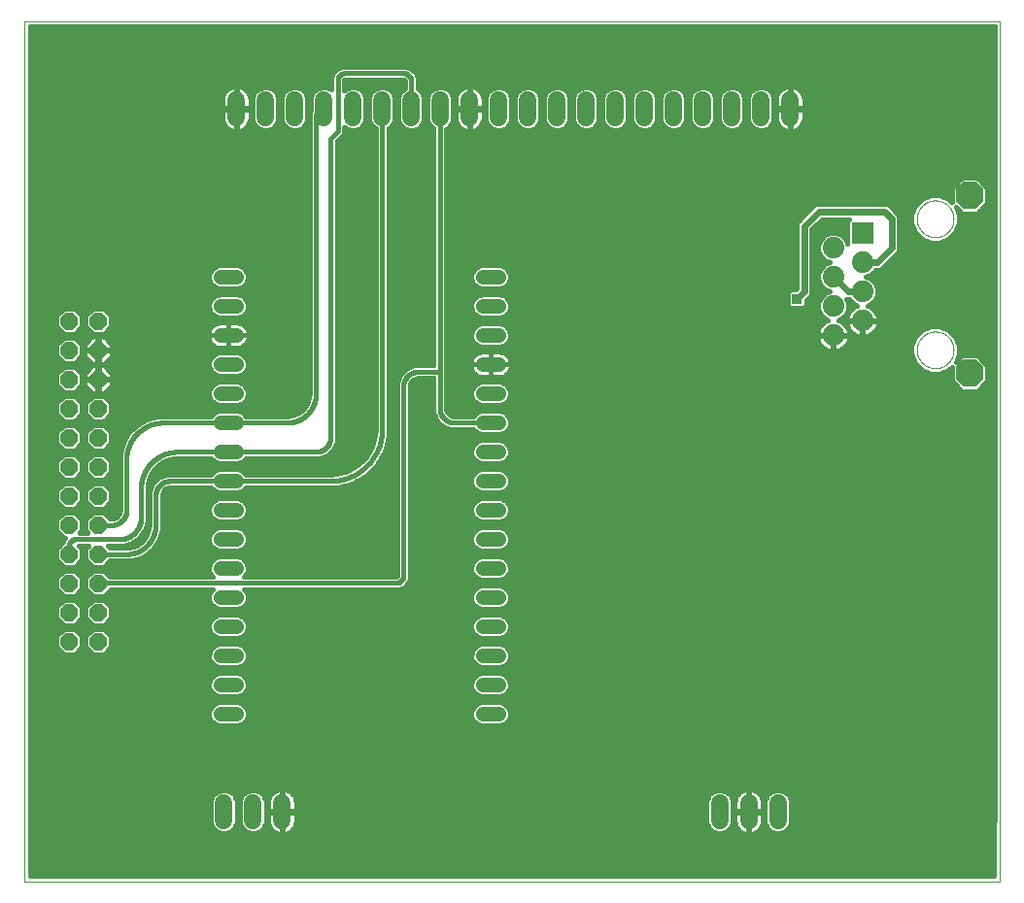
<source format=gbl>
G75*
%MOIN*%
%OFA0B0*%
%FSLAX25Y25*%
%IPPOS*%
%LPD*%
%AMOC8*
5,1,8,0,0,1.08239X$1,22.5*
%
%ADD10C,0.00000*%
%ADD11OC8,0.06000*%
%ADD12C,0.06000*%
%ADD13C,0.07400*%
%ADD14R,0.07400X0.07400*%
%ADD15OC8,0.09449*%
%ADD16C,0.05150*%
%ADD17C,0.01600*%
%ADD18OC8,0.05000*%
%ADD19OC8,0.03562*%
%ADD20C,0.02400*%
%ADD21R,0.03562X0.03562*%
D10*
X0021800Y0006800D02*
X0021800Y0302076D01*
X0356446Y0302076D01*
X0356446Y0006800D01*
X0021800Y0006800D01*
X0328001Y0189300D02*
X0328003Y0189458D01*
X0328009Y0189616D01*
X0328019Y0189774D01*
X0328033Y0189932D01*
X0328051Y0190089D01*
X0328072Y0190246D01*
X0328098Y0190402D01*
X0328128Y0190558D01*
X0328161Y0190713D01*
X0328199Y0190866D01*
X0328240Y0191019D01*
X0328285Y0191171D01*
X0328334Y0191322D01*
X0328387Y0191471D01*
X0328443Y0191619D01*
X0328503Y0191765D01*
X0328567Y0191910D01*
X0328635Y0192053D01*
X0328706Y0192195D01*
X0328780Y0192335D01*
X0328858Y0192472D01*
X0328940Y0192608D01*
X0329024Y0192742D01*
X0329113Y0192873D01*
X0329204Y0193002D01*
X0329299Y0193129D01*
X0329396Y0193254D01*
X0329497Y0193376D01*
X0329601Y0193495D01*
X0329708Y0193612D01*
X0329818Y0193726D01*
X0329931Y0193837D01*
X0330046Y0193946D01*
X0330164Y0194051D01*
X0330285Y0194153D01*
X0330408Y0194253D01*
X0330534Y0194349D01*
X0330662Y0194442D01*
X0330792Y0194532D01*
X0330925Y0194618D01*
X0331060Y0194702D01*
X0331196Y0194781D01*
X0331335Y0194858D01*
X0331476Y0194930D01*
X0331618Y0195000D01*
X0331762Y0195065D01*
X0331908Y0195127D01*
X0332055Y0195185D01*
X0332204Y0195240D01*
X0332354Y0195291D01*
X0332505Y0195338D01*
X0332657Y0195381D01*
X0332810Y0195420D01*
X0332965Y0195456D01*
X0333120Y0195487D01*
X0333276Y0195515D01*
X0333432Y0195539D01*
X0333589Y0195559D01*
X0333747Y0195575D01*
X0333904Y0195587D01*
X0334063Y0195595D01*
X0334221Y0195599D01*
X0334379Y0195599D01*
X0334537Y0195595D01*
X0334696Y0195587D01*
X0334853Y0195575D01*
X0335011Y0195559D01*
X0335168Y0195539D01*
X0335324Y0195515D01*
X0335480Y0195487D01*
X0335635Y0195456D01*
X0335790Y0195420D01*
X0335943Y0195381D01*
X0336095Y0195338D01*
X0336246Y0195291D01*
X0336396Y0195240D01*
X0336545Y0195185D01*
X0336692Y0195127D01*
X0336838Y0195065D01*
X0336982Y0195000D01*
X0337124Y0194930D01*
X0337265Y0194858D01*
X0337404Y0194781D01*
X0337540Y0194702D01*
X0337675Y0194618D01*
X0337808Y0194532D01*
X0337938Y0194442D01*
X0338066Y0194349D01*
X0338192Y0194253D01*
X0338315Y0194153D01*
X0338436Y0194051D01*
X0338554Y0193946D01*
X0338669Y0193837D01*
X0338782Y0193726D01*
X0338892Y0193612D01*
X0338999Y0193495D01*
X0339103Y0193376D01*
X0339204Y0193254D01*
X0339301Y0193129D01*
X0339396Y0193002D01*
X0339487Y0192873D01*
X0339576Y0192742D01*
X0339660Y0192608D01*
X0339742Y0192472D01*
X0339820Y0192335D01*
X0339894Y0192195D01*
X0339965Y0192053D01*
X0340033Y0191910D01*
X0340097Y0191765D01*
X0340157Y0191619D01*
X0340213Y0191471D01*
X0340266Y0191322D01*
X0340315Y0191171D01*
X0340360Y0191019D01*
X0340401Y0190866D01*
X0340439Y0190713D01*
X0340472Y0190558D01*
X0340502Y0190402D01*
X0340528Y0190246D01*
X0340549Y0190089D01*
X0340567Y0189932D01*
X0340581Y0189774D01*
X0340591Y0189616D01*
X0340597Y0189458D01*
X0340599Y0189300D01*
X0340597Y0189142D01*
X0340591Y0188984D01*
X0340581Y0188826D01*
X0340567Y0188668D01*
X0340549Y0188511D01*
X0340528Y0188354D01*
X0340502Y0188198D01*
X0340472Y0188042D01*
X0340439Y0187887D01*
X0340401Y0187734D01*
X0340360Y0187581D01*
X0340315Y0187429D01*
X0340266Y0187278D01*
X0340213Y0187129D01*
X0340157Y0186981D01*
X0340097Y0186835D01*
X0340033Y0186690D01*
X0339965Y0186547D01*
X0339894Y0186405D01*
X0339820Y0186265D01*
X0339742Y0186128D01*
X0339660Y0185992D01*
X0339576Y0185858D01*
X0339487Y0185727D01*
X0339396Y0185598D01*
X0339301Y0185471D01*
X0339204Y0185346D01*
X0339103Y0185224D01*
X0338999Y0185105D01*
X0338892Y0184988D01*
X0338782Y0184874D01*
X0338669Y0184763D01*
X0338554Y0184654D01*
X0338436Y0184549D01*
X0338315Y0184447D01*
X0338192Y0184347D01*
X0338066Y0184251D01*
X0337938Y0184158D01*
X0337808Y0184068D01*
X0337675Y0183982D01*
X0337540Y0183898D01*
X0337404Y0183819D01*
X0337265Y0183742D01*
X0337124Y0183670D01*
X0336982Y0183600D01*
X0336838Y0183535D01*
X0336692Y0183473D01*
X0336545Y0183415D01*
X0336396Y0183360D01*
X0336246Y0183309D01*
X0336095Y0183262D01*
X0335943Y0183219D01*
X0335790Y0183180D01*
X0335635Y0183144D01*
X0335480Y0183113D01*
X0335324Y0183085D01*
X0335168Y0183061D01*
X0335011Y0183041D01*
X0334853Y0183025D01*
X0334696Y0183013D01*
X0334537Y0183005D01*
X0334379Y0183001D01*
X0334221Y0183001D01*
X0334063Y0183005D01*
X0333904Y0183013D01*
X0333747Y0183025D01*
X0333589Y0183041D01*
X0333432Y0183061D01*
X0333276Y0183085D01*
X0333120Y0183113D01*
X0332965Y0183144D01*
X0332810Y0183180D01*
X0332657Y0183219D01*
X0332505Y0183262D01*
X0332354Y0183309D01*
X0332204Y0183360D01*
X0332055Y0183415D01*
X0331908Y0183473D01*
X0331762Y0183535D01*
X0331618Y0183600D01*
X0331476Y0183670D01*
X0331335Y0183742D01*
X0331196Y0183819D01*
X0331060Y0183898D01*
X0330925Y0183982D01*
X0330792Y0184068D01*
X0330662Y0184158D01*
X0330534Y0184251D01*
X0330408Y0184347D01*
X0330285Y0184447D01*
X0330164Y0184549D01*
X0330046Y0184654D01*
X0329931Y0184763D01*
X0329818Y0184874D01*
X0329708Y0184988D01*
X0329601Y0185105D01*
X0329497Y0185224D01*
X0329396Y0185346D01*
X0329299Y0185471D01*
X0329204Y0185598D01*
X0329113Y0185727D01*
X0329024Y0185858D01*
X0328940Y0185992D01*
X0328858Y0186128D01*
X0328780Y0186265D01*
X0328706Y0186405D01*
X0328635Y0186547D01*
X0328567Y0186690D01*
X0328503Y0186835D01*
X0328443Y0186981D01*
X0328387Y0187129D01*
X0328334Y0187278D01*
X0328285Y0187429D01*
X0328240Y0187581D01*
X0328199Y0187734D01*
X0328161Y0187887D01*
X0328128Y0188042D01*
X0328098Y0188198D01*
X0328072Y0188354D01*
X0328051Y0188511D01*
X0328033Y0188668D01*
X0328019Y0188826D01*
X0328009Y0188984D01*
X0328003Y0189142D01*
X0328001Y0189300D01*
X0328001Y0234300D02*
X0328003Y0234458D01*
X0328009Y0234616D01*
X0328019Y0234774D01*
X0328033Y0234932D01*
X0328051Y0235089D01*
X0328072Y0235246D01*
X0328098Y0235402D01*
X0328128Y0235558D01*
X0328161Y0235713D01*
X0328199Y0235866D01*
X0328240Y0236019D01*
X0328285Y0236171D01*
X0328334Y0236322D01*
X0328387Y0236471D01*
X0328443Y0236619D01*
X0328503Y0236765D01*
X0328567Y0236910D01*
X0328635Y0237053D01*
X0328706Y0237195D01*
X0328780Y0237335D01*
X0328858Y0237472D01*
X0328940Y0237608D01*
X0329024Y0237742D01*
X0329113Y0237873D01*
X0329204Y0238002D01*
X0329299Y0238129D01*
X0329396Y0238254D01*
X0329497Y0238376D01*
X0329601Y0238495D01*
X0329708Y0238612D01*
X0329818Y0238726D01*
X0329931Y0238837D01*
X0330046Y0238946D01*
X0330164Y0239051D01*
X0330285Y0239153D01*
X0330408Y0239253D01*
X0330534Y0239349D01*
X0330662Y0239442D01*
X0330792Y0239532D01*
X0330925Y0239618D01*
X0331060Y0239702D01*
X0331196Y0239781D01*
X0331335Y0239858D01*
X0331476Y0239930D01*
X0331618Y0240000D01*
X0331762Y0240065D01*
X0331908Y0240127D01*
X0332055Y0240185D01*
X0332204Y0240240D01*
X0332354Y0240291D01*
X0332505Y0240338D01*
X0332657Y0240381D01*
X0332810Y0240420D01*
X0332965Y0240456D01*
X0333120Y0240487D01*
X0333276Y0240515D01*
X0333432Y0240539D01*
X0333589Y0240559D01*
X0333747Y0240575D01*
X0333904Y0240587D01*
X0334063Y0240595D01*
X0334221Y0240599D01*
X0334379Y0240599D01*
X0334537Y0240595D01*
X0334696Y0240587D01*
X0334853Y0240575D01*
X0335011Y0240559D01*
X0335168Y0240539D01*
X0335324Y0240515D01*
X0335480Y0240487D01*
X0335635Y0240456D01*
X0335790Y0240420D01*
X0335943Y0240381D01*
X0336095Y0240338D01*
X0336246Y0240291D01*
X0336396Y0240240D01*
X0336545Y0240185D01*
X0336692Y0240127D01*
X0336838Y0240065D01*
X0336982Y0240000D01*
X0337124Y0239930D01*
X0337265Y0239858D01*
X0337404Y0239781D01*
X0337540Y0239702D01*
X0337675Y0239618D01*
X0337808Y0239532D01*
X0337938Y0239442D01*
X0338066Y0239349D01*
X0338192Y0239253D01*
X0338315Y0239153D01*
X0338436Y0239051D01*
X0338554Y0238946D01*
X0338669Y0238837D01*
X0338782Y0238726D01*
X0338892Y0238612D01*
X0338999Y0238495D01*
X0339103Y0238376D01*
X0339204Y0238254D01*
X0339301Y0238129D01*
X0339396Y0238002D01*
X0339487Y0237873D01*
X0339576Y0237742D01*
X0339660Y0237608D01*
X0339742Y0237472D01*
X0339820Y0237335D01*
X0339894Y0237195D01*
X0339965Y0237053D01*
X0340033Y0236910D01*
X0340097Y0236765D01*
X0340157Y0236619D01*
X0340213Y0236471D01*
X0340266Y0236322D01*
X0340315Y0236171D01*
X0340360Y0236019D01*
X0340401Y0235866D01*
X0340439Y0235713D01*
X0340472Y0235558D01*
X0340502Y0235402D01*
X0340528Y0235246D01*
X0340549Y0235089D01*
X0340567Y0234932D01*
X0340581Y0234774D01*
X0340591Y0234616D01*
X0340597Y0234458D01*
X0340599Y0234300D01*
X0340597Y0234142D01*
X0340591Y0233984D01*
X0340581Y0233826D01*
X0340567Y0233668D01*
X0340549Y0233511D01*
X0340528Y0233354D01*
X0340502Y0233198D01*
X0340472Y0233042D01*
X0340439Y0232887D01*
X0340401Y0232734D01*
X0340360Y0232581D01*
X0340315Y0232429D01*
X0340266Y0232278D01*
X0340213Y0232129D01*
X0340157Y0231981D01*
X0340097Y0231835D01*
X0340033Y0231690D01*
X0339965Y0231547D01*
X0339894Y0231405D01*
X0339820Y0231265D01*
X0339742Y0231128D01*
X0339660Y0230992D01*
X0339576Y0230858D01*
X0339487Y0230727D01*
X0339396Y0230598D01*
X0339301Y0230471D01*
X0339204Y0230346D01*
X0339103Y0230224D01*
X0338999Y0230105D01*
X0338892Y0229988D01*
X0338782Y0229874D01*
X0338669Y0229763D01*
X0338554Y0229654D01*
X0338436Y0229549D01*
X0338315Y0229447D01*
X0338192Y0229347D01*
X0338066Y0229251D01*
X0337938Y0229158D01*
X0337808Y0229068D01*
X0337675Y0228982D01*
X0337540Y0228898D01*
X0337404Y0228819D01*
X0337265Y0228742D01*
X0337124Y0228670D01*
X0336982Y0228600D01*
X0336838Y0228535D01*
X0336692Y0228473D01*
X0336545Y0228415D01*
X0336396Y0228360D01*
X0336246Y0228309D01*
X0336095Y0228262D01*
X0335943Y0228219D01*
X0335790Y0228180D01*
X0335635Y0228144D01*
X0335480Y0228113D01*
X0335324Y0228085D01*
X0335168Y0228061D01*
X0335011Y0228041D01*
X0334853Y0228025D01*
X0334696Y0228013D01*
X0334537Y0228005D01*
X0334379Y0228001D01*
X0334221Y0228001D01*
X0334063Y0228005D01*
X0333904Y0228013D01*
X0333747Y0228025D01*
X0333589Y0228041D01*
X0333432Y0228061D01*
X0333276Y0228085D01*
X0333120Y0228113D01*
X0332965Y0228144D01*
X0332810Y0228180D01*
X0332657Y0228219D01*
X0332505Y0228262D01*
X0332354Y0228309D01*
X0332204Y0228360D01*
X0332055Y0228415D01*
X0331908Y0228473D01*
X0331762Y0228535D01*
X0331618Y0228600D01*
X0331476Y0228670D01*
X0331335Y0228742D01*
X0331196Y0228819D01*
X0331060Y0228898D01*
X0330925Y0228982D01*
X0330792Y0229068D01*
X0330662Y0229158D01*
X0330534Y0229251D01*
X0330408Y0229347D01*
X0330285Y0229447D01*
X0330164Y0229549D01*
X0330046Y0229654D01*
X0329931Y0229763D01*
X0329818Y0229874D01*
X0329708Y0229988D01*
X0329601Y0230105D01*
X0329497Y0230224D01*
X0329396Y0230346D01*
X0329299Y0230471D01*
X0329204Y0230598D01*
X0329113Y0230727D01*
X0329024Y0230858D01*
X0328940Y0230992D01*
X0328858Y0231128D01*
X0328780Y0231265D01*
X0328706Y0231405D01*
X0328635Y0231547D01*
X0328567Y0231690D01*
X0328503Y0231835D01*
X0328443Y0231981D01*
X0328387Y0232129D01*
X0328334Y0232278D01*
X0328285Y0232429D01*
X0328240Y0232581D01*
X0328199Y0232734D01*
X0328161Y0232887D01*
X0328128Y0233042D01*
X0328098Y0233198D01*
X0328072Y0233354D01*
X0328051Y0233511D01*
X0328033Y0233668D01*
X0328019Y0233826D01*
X0328009Y0233984D01*
X0328003Y0234142D01*
X0328001Y0234300D01*
D11*
X0047115Y0199162D03*
X0047115Y0189162D03*
X0047115Y0179162D03*
X0037115Y0179162D03*
X0037115Y0189162D03*
X0037115Y0199162D03*
X0037115Y0169162D03*
X0037115Y0159162D03*
X0037115Y0149162D03*
X0037115Y0139162D03*
X0047115Y0139162D03*
X0047115Y0149162D03*
X0047115Y0159162D03*
X0047115Y0169162D03*
X0047115Y0129162D03*
X0047115Y0119162D03*
X0047115Y0109162D03*
X0047115Y0099162D03*
X0037115Y0099162D03*
X0037115Y0109162D03*
X0037115Y0119162D03*
X0037115Y0129162D03*
X0037115Y0089162D03*
X0047115Y0089162D03*
D12*
X0090225Y0033776D02*
X0090225Y0027776D01*
X0100225Y0027776D02*
X0100225Y0033776D01*
X0110225Y0033776D02*
X0110225Y0027776D01*
X0260304Y0027776D02*
X0260304Y0033776D01*
X0270304Y0033776D02*
X0270304Y0027776D01*
X0280304Y0027776D02*
X0280304Y0033776D01*
X0284477Y0269115D02*
X0284477Y0275115D01*
X0274477Y0275115D02*
X0274477Y0269115D01*
X0264477Y0269115D02*
X0264477Y0275115D01*
X0254477Y0275115D02*
X0254477Y0269115D01*
X0244477Y0269115D02*
X0244477Y0275115D01*
X0234477Y0275115D02*
X0234477Y0269115D01*
X0224477Y0269115D02*
X0224477Y0275115D01*
X0214477Y0275115D02*
X0214477Y0269115D01*
X0204477Y0269115D02*
X0204477Y0275115D01*
X0194477Y0275115D02*
X0194477Y0269115D01*
X0184477Y0269115D02*
X0184477Y0275115D01*
X0174477Y0275115D02*
X0174477Y0269115D01*
X0164477Y0269115D02*
X0164477Y0275115D01*
X0154477Y0275115D02*
X0154477Y0269115D01*
X0144477Y0269115D02*
X0144477Y0275115D01*
X0134477Y0275115D02*
X0134477Y0269115D01*
X0124477Y0269115D02*
X0124477Y0275115D01*
X0114477Y0275115D02*
X0114477Y0269115D01*
X0104477Y0269115D02*
X0104477Y0275115D01*
X0094477Y0275115D02*
X0094477Y0269115D01*
D13*
X0299300Y0224300D03*
X0299300Y0214300D03*
X0299300Y0204300D03*
X0309300Y0199300D03*
X0309300Y0209300D03*
X0309300Y0219300D03*
X0299300Y0194300D03*
D14*
X0309300Y0229300D03*
D15*
X0346111Y0242312D03*
X0346111Y0181288D03*
D16*
X0184375Y0184300D02*
X0179225Y0184300D01*
X0179225Y0174300D02*
X0184375Y0174300D01*
X0184375Y0164300D02*
X0179225Y0164300D01*
X0179225Y0154300D02*
X0184375Y0154300D01*
X0184375Y0144300D02*
X0179225Y0144300D01*
X0179225Y0134300D02*
X0184375Y0134300D01*
X0184375Y0124300D02*
X0179225Y0124300D01*
X0179225Y0114300D02*
X0184375Y0114300D01*
X0184375Y0104300D02*
X0179225Y0104300D01*
X0179225Y0094300D02*
X0184375Y0094300D01*
X0184375Y0084300D02*
X0179225Y0084300D01*
X0179225Y0074300D02*
X0184375Y0074300D01*
X0184375Y0064300D02*
X0179225Y0064300D01*
X0094375Y0064300D02*
X0089225Y0064300D01*
X0089225Y0074300D02*
X0094375Y0074300D01*
X0094375Y0084300D02*
X0089225Y0084300D01*
X0089225Y0094300D02*
X0094375Y0094300D01*
X0094375Y0104300D02*
X0089225Y0104300D01*
X0089225Y0114300D02*
X0094375Y0114300D01*
X0094375Y0124300D02*
X0089225Y0124300D01*
X0089225Y0134300D02*
X0094375Y0134300D01*
X0094375Y0144300D02*
X0089225Y0144300D01*
X0089225Y0154300D02*
X0094375Y0154300D01*
X0094375Y0164300D02*
X0089225Y0164300D01*
X0089225Y0174300D02*
X0094375Y0174300D01*
X0094375Y0184300D02*
X0089225Y0184300D01*
X0089225Y0194300D02*
X0094375Y0194300D01*
X0094375Y0204300D02*
X0089225Y0204300D01*
X0089225Y0214300D02*
X0094375Y0214300D01*
X0179225Y0214300D02*
X0184375Y0214300D01*
X0184375Y0204300D02*
X0179225Y0204300D01*
X0179225Y0194300D02*
X0184375Y0194300D01*
D17*
X0185898Y0190629D02*
X0295193Y0190629D01*
X0295105Y0190717D02*
X0295717Y0190105D01*
X0296417Y0189596D01*
X0297189Y0189203D01*
X0298012Y0188935D01*
X0298867Y0188800D01*
X0299116Y0188800D01*
X0299116Y0194116D01*
X0299484Y0194116D01*
X0299484Y0188800D01*
X0299733Y0188800D01*
X0300588Y0188935D01*
X0301411Y0189203D01*
X0302183Y0189596D01*
X0302883Y0190105D01*
X0303495Y0190717D01*
X0304004Y0191417D01*
X0304397Y0192189D01*
X0304665Y0193012D01*
X0304800Y0193867D01*
X0304800Y0194116D01*
X0299484Y0194116D01*
X0299484Y0194484D01*
X0304800Y0194484D01*
X0304800Y0194733D01*
X0304665Y0195588D01*
X0304397Y0196411D01*
X0304004Y0197183D01*
X0303495Y0197883D01*
X0302883Y0198495D01*
X0302183Y0199004D01*
X0301411Y0199397D01*
X0301063Y0199510D01*
X0302189Y0199976D01*
X0303624Y0201411D01*
X0304400Y0203286D01*
X0304400Y0205314D01*
X0303826Y0206700D01*
X0304857Y0206700D01*
X0304976Y0206411D01*
X0306411Y0204976D01*
X0307537Y0204510D01*
X0307189Y0204397D01*
X0306417Y0204004D01*
X0305717Y0203495D01*
X0305105Y0202883D01*
X0304596Y0202183D01*
X0304203Y0201411D01*
X0303935Y0200588D01*
X0303800Y0199733D01*
X0303800Y0199484D01*
X0309116Y0199484D01*
X0309116Y0199116D01*
X0303800Y0199116D01*
X0303800Y0198867D01*
X0303935Y0198012D01*
X0304203Y0197189D01*
X0304596Y0196417D01*
X0305105Y0195717D01*
X0305717Y0195105D01*
X0306417Y0194596D01*
X0307189Y0194203D01*
X0308012Y0193935D01*
X0308867Y0193800D01*
X0309116Y0193800D01*
X0309116Y0199116D01*
X0309484Y0199116D01*
X0309484Y0193800D01*
X0309733Y0193800D01*
X0310588Y0193935D01*
X0311411Y0194203D01*
X0312183Y0194596D01*
X0312883Y0195105D01*
X0313495Y0195717D01*
X0314004Y0196417D01*
X0314397Y0197189D01*
X0314665Y0198012D01*
X0314800Y0198867D01*
X0314800Y0199116D01*
X0309484Y0199116D01*
X0309484Y0199484D01*
X0314800Y0199484D01*
X0314800Y0199733D01*
X0314665Y0200588D01*
X0314397Y0201411D01*
X0314004Y0202183D01*
X0313495Y0202883D01*
X0312883Y0203495D01*
X0312183Y0204004D01*
X0311411Y0204397D01*
X0311063Y0204510D01*
X0312189Y0204976D01*
X0313624Y0206411D01*
X0314400Y0208286D01*
X0314400Y0210314D01*
X0313624Y0212189D01*
X0312189Y0213624D01*
X0310556Y0214300D01*
X0312189Y0214976D01*
X0313624Y0216411D01*
X0313743Y0216700D01*
X0314817Y0216700D01*
X0315773Y0217096D01*
X0316504Y0217827D01*
X0316504Y0217827D01*
X0320773Y0222096D01*
X0321504Y0222827D01*
X0321900Y0223783D01*
X0321900Y0234817D01*
X0321504Y0235773D01*
X0319004Y0238273D01*
X0318273Y0239004D01*
X0317317Y0239400D01*
X0293783Y0239400D01*
X0292827Y0239004D01*
X0287827Y0234004D01*
X0287096Y0233273D01*
X0286700Y0232317D01*
X0286700Y0210377D01*
X0286304Y0209981D01*
X0284439Y0209981D01*
X0283619Y0209161D01*
X0283619Y0204439D01*
X0284439Y0203619D01*
X0289161Y0203619D01*
X0289981Y0204439D01*
X0289981Y0206304D01*
X0291504Y0207827D01*
X0291900Y0208783D01*
X0291900Y0230723D01*
X0295377Y0234200D01*
X0304820Y0234200D01*
X0304200Y0233580D01*
X0304200Y0225797D01*
X0303624Y0227189D01*
X0302189Y0228624D01*
X0300314Y0229400D01*
X0298286Y0229400D01*
X0296411Y0228624D01*
X0294976Y0227189D01*
X0294200Y0225314D01*
X0294200Y0223286D01*
X0294976Y0221411D01*
X0296411Y0219976D01*
X0298044Y0219300D01*
X0296411Y0218624D01*
X0294976Y0217189D01*
X0294200Y0215314D01*
X0294200Y0213286D01*
X0294976Y0211411D01*
X0296411Y0209976D01*
X0298044Y0209300D01*
X0296411Y0208624D01*
X0294976Y0207189D01*
X0294200Y0205314D01*
X0294200Y0203286D01*
X0294976Y0201411D01*
X0296411Y0199976D01*
X0297537Y0199510D01*
X0297189Y0199397D01*
X0296417Y0199004D01*
X0295717Y0198495D01*
X0295105Y0197883D01*
X0294596Y0197183D01*
X0294203Y0196411D01*
X0293935Y0195588D01*
X0293800Y0194733D01*
X0293800Y0194484D01*
X0299116Y0194484D01*
X0299116Y0194116D01*
X0293800Y0194116D01*
X0293800Y0193867D01*
X0293935Y0193012D01*
X0294203Y0192189D01*
X0294596Y0191417D01*
X0295105Y0190717D01*
X0294190Y0192227D02*
X0187819Y0192227D01*
X0187744Y0192048D02*
X0188350Y0193509D01*
X0188350Y0195091D01*
X0187744Y0196552D01*
X0186626Y0197670D01*
X0185165Y0198275D01*
X0178435Y0198275D01*
X0176974Y0197670D01*
X0175856Y0196552D01*
X0175250Y0195091D01*
X0175250Y0193509D01*
X0175856Y0192048D01*
X0176974Y0190930D01*
X0178435Y0190325D01*
X0185165Y0190325D01*
X0186626Y0190930D01*
X0187744Y0192048D01*
X0188350Y0193826D02*
X0293807Y0193826D01*
X0293910Y0195424D02*
X0188211Y0195424D01*
X0187273Y0197023D02*
X0294515Y0197023D01*
X0295891Y0198621D02*
X0166500Y0198621D01*
X0166500Y0197023D02*
X0176327Y0197023D01*
X0175389Y0195424D02*
X0166500Y0195424D01*
X0166500Y0193826D02*
X0175250Y0193826D01*
X0175781Y0192227D02*
X0166500Y0192227D01*
X0166500Y0190629D02*
X0177702Y0190629D01*
X0178201Y0188567D02*
X0177546Y0188354D01*
X0176932Y0188042D01*
X0176375Y0187637D01*
X0175888Y0187150D01*
X0175484Y0186593D01*
X0175171Y0185979D01*
X0174958Y0185324D01*
X0174850Y0184644D01*
X0174850Y0184300D01*
X0181800Y0184300D01*
X0181800Y0184300D01*
X0181800Y0188675D01*
X0184719Y0188675D01*
X0185399Y0188567D01*
X0186054Y0188354D01*
X0186668Y0188042D01*
X0187225Y0187637D01*
X0187712Y0187150D01*
X0188116Y0186593D01*
X0188429Y0185979D01*
X0188642Y0185324D01*
X0188750Y0184644D01*
X0188750Y0184300D01*
X0181800Y0184300D01*
X0181800Y0184300D01*
X0181800Y0179925D01*
X0184719Y0179925D01*
X0185399Y0180033D01*
X0186054Y0180246D01*
X0186668Y0180558D01*
X0187225Y0180963D01*
X0187712Y0181450D01*
X0188116Y0182007D01*
X0188429Y0182621D01*
X0188642Y0183276D01*
X0188750Y0183956D01*
X0188750Y0184300D01*
X0181800Y0184300D01*
X0181800Y0184300D01*
X0181800Y0184300D01*
X0181800Y0188675D01*
X0178881Y0188675D01*
X0178201Y0188567D01*
X0176170Y0187432D02*
X0166500Y0187432D01*
X0166500Y0189030D02*
X0297720Y0189030D01*
X0299116Y0189030D02*
X0299484Y0189030D01*
X0300880Y0189030D02*
X0326201Y0189030D01*
X0326201Y0187689D02*
X0326201Y0190911D01*
X0327434Y0193888D01*
X0329712Y0196166D01*
X0332689Y0197399D01*
X0335911Y0197399D01*
X0338888Y0196166D01*
X0341166Y0193888D01*
X0342399Y0190911D01*
X0342399Y0187689D01*
X0341373Y0185211D01*
X0343574Y0187413D01*
X0348648Y0187413D01*
X0352235Y0183825D01*
X0352235Y0178751D01*
X0348648Y0175164D01*
X0343574Y0175164D01*
X0339987Y0178751D01*
X0339987Y0183533D01*
X0338888Y0182434D01*
X0335911Y0181201D01*
X0332689Y0181201D01*
X0329712Y0182434D01*
X0327434Y0184712D01*
X0326201Y0187689D01*
X0326307Y0187432D02*
X0187430Y0187432D01*
X0188477Y0185833D02*
X0326969Y0185833D01*
X0327911Y0184235D02*
X0188750Y0184235D01*
X0188434Y0182636D02*
X0329510Y0182636D01*
X0326201Y0190629D02*
X0303407Y0190629D01*
X0304410Y0192227D02*
X0326746Y0192227D01*
X0327408Y0193826D02*
X0309896Y0193826D01*
X0309484Y0193826D02*
X0309116Y0193826D01*
X0308704Y0193826D02*
X0304793Y0193826D01*
X0304690Y0195424D02*
X0305397Y0195424D01*
X0304287Y0197023D02*
X0304085Y0197023D01*
X0303839Y0198621D02*
X0302709Y0198621D01*
X0302432Y0200220D02*
X0303877Y0200220D01*
X0303792Y0201818D02*
X0304410Y0201818D01*
X0304400Y0203417D02*
X0305639Y0203417D01*
X0306372Y0205015D02*
X0304400Y0205015D01*
X0304892Y0206614D02*
X0303862Y0206614D01*
X0296811Y0209811D02*
X0291900Y0209811D01*
X0291900Y0211409D02*
X0294978Y0211409D01*
X0294315Y0213008D02*
X0291900Y0213008D01*
X0291900Y0214606D02*
X0294200Y0214606D01*
X0294569Y0216205D02*
X0291900Y0216205D01*
X0291900Y0217803D02*
X0295591Y0217803D01*
X0297798Y0219402D02*
X0291900Y0219402D01*
X0291900Y0221001D02*
X0295387Y0221001D01*
X0294484Y0222599D02*
X0291900Y0222599D01*
X0291900Y0224198D02*
X0294200Y0224198D01*
X0294399Y0225796D02*
X0291900Y0225796D01*
X0291900Y0227395D02*
X0295182Y0227395D01*
X0297303Y0228993D02*
X0291900Y0228993D01*
X0291900Y0230592D02*
X0304200Y0230592D01*
X0304200Y0232190D02*
X0293367Y0232190D01*
X0294966Y0233789D02*
X0304409Y0233789D01*
X0304200Y0228993D02*
X0301297Y0228993D01*
X0303418Y0227395D02*
X0304200Y0227395D01*
X0313417Y0216205D02*
X0354646Y0216205D01*
X0354646Y0217803D02*
X0316480Y0217803D01*
X0318079Y0219402D02*
X0354646Y0219402D01*
X0354646Y0221001D02*
X0319677Y0221001D01*
X0320773Y0222096D02*
X0320773Y0222096D01*
X0321276Y0222599D02*
X0354646Y0222599D01*
X0354646Y0224198D02*
X0321900Y0224198D01*
X0321900Y0225796D02*
X0354646Y0225796D01*
X0354646Y0227395D02*
X0338793Y0227395D01*
X0338888Y0227434D02*
X0335911Y0226201D01*
X0332689Y0226201D01*
X0329712Y0227434D01*
X0327434Y0229712D01*
X0326201Y0232689D01*
X0326201Y0235911D01*
X0327434Y0238888D01*
X0329712Y0241166D01*
X0332689Y0242399D01*
X0335911Y0242399D01*
X0338888Y0241166D01*
X0339987Y0240067D01*
X0339987Y0244849D01*
X0343574Y0248436D01*
X0348648Y0248436D01*
X0352235Y0244849D01*
X0352235Y0239775D01*
X0348648Y0236187D01*
X0343574Y0236187D01*
X0341373Y0238389D01*
X0342399Y0235911D01*
X0342399Y0232689D01*
X0341166Y0229712D01*
X0338888Y0227434D01*
X0340447Y0228993D02*
X0354646Y0228993D01*
X0354646Y0230592D02*
X0341530Y0230592D01*
X0342193Y0232190D02*
X0354646Y0232190D01*
X0354646Y0233789D02*
X0342399Y0233789D01*
X0342399Y0235387D02*
X0354646Y0235387D01*
X0354646Y0236986D02*
X0349446Y0236986D01*
X0351045Y0238584D02*
X0354646Y0238584D01*
X0354646Y0240183D02*
X0352235Y0240183D01*
X0352235Y0241781D02*
X0354646Y0241781D01*
X0354646Y0243380D02*
X0352235Y0243380D01*
X0352106Y0244978D02*
X0354646Y0244978D01*
X0354646Y0246577D02*
X0350507Y0246577D01*
X0348909Y0248175D02*
X0354646Y0248175D01*
X0354646Y0249774D02*
X0166500Y0249774D01*
X0166500Y0251372D02*
X0354646Y0251372D01*
X0354646Y0252971D02*
X0166500Y0252971D01*
X0166500Y0254569D02*
X0354646Y0254569D01*
X0354646Y0256168D02*
X0166500Y0256168D01*
X0166500Y0257766D02*
X0354646Y0257766D01*
X0354646Y0259365D02*
X0166500Y0259365D01*
X0166500Y0260963D02*
X0354646Y0260963D01*
X0354646Y0262562D02*
X0166500Y0262562D01*
X0166500Y0264160D02*
X0354646Y0264160D01*
X0354646Y0265759D02*
X0287909Y0265759D01*
X0288138Y0265988D02*
X0288582Y0266599D01*
X0288925Y0267272D01*
X0289159Y0267991D01*
X0289277Y0268737D01*
X0289277Y0271915D01*
X0284677Y0271915D01*
X0284677Y0264315D01*
X0284855Y0264315D01*
X0285601Y0264433D01*
X0286320Y0264667D01*
X0286993Y0265010D01*
X0287604Y0265454D01*
X0288138Y0265988D01*
X0288953Y0267357D02*
X0354646Y0267357D01*
X0354646Y0268956D02*
X0289277Y0268956D01*
X0289277Y0270554D02*
X0354646Y0270554D01*
X0354646Y0272153D02*
X0284677Y0272153D01*
X0284677Y0272315D02*
X0289277Y0272315D01*
X0289277Y0275493D01*
X0289159Y0276239D01*
X0288925Y0276958D01*
X0288582Y0277631D01*
X0288138Y0278242D01*
X0287604Y0278776D01*
X0286993Y0279220D01*
X0286320Y0279563D01*
X0285601Y0279797D01*
X0284855Y0279915D01*
X0284677Y0279915D01*
X0284677Y0272315D01*
X0284277Y0272315D01*
X0284277Y0271915D01*
X0279677Y0271915D01*
X0279677Y0268737D01*
X0279795Y0267991D01*
X0280029Y0267272D01*
X0280372Y0266599D01*
X0280816Y0265988D01*
X0281350Y0265454D01*
X0281961Y0265010D01*
X0282635Y0264667D01*
X0283353Y0264433D01*
X0284099Y0264315D01*
X0284277Y0264315D01*
X0284277Y0271915D01*
X0284677Y0271915D01*
X0284677Y0272315D01*
X0284277Y0272315D02*
X0284277Y0279915D01*
X0284099Y0279915D01*
X0283353Y0279797D01*
X0282635Y0279563D01*
X0281961Y0279220D01*
X0281350Y0278776D01*
X0280816Y0278242D01*
X0280372Y0277631D01*
X0280029Y0276958D01*
X0279795Y0276239D01*
X0279677Y0275493D01*
X0279677Y0272315D01*
X0284277Y0272315D01*
X0284277Y0272153D02*
X0278877Y0272153D01*
X0278877Y0273751D02*
X0279677Y0273751D01*
X0279677Y0275350D02*
X0278877Y0275350D01*
X0278877Y0275990D02*
X0278207Y0277607D01*
X0276970Y0278845D01*
X0275352Y0279515D01*
X0273602Y0279515D01*
X0271985Y0278845D01*
X0270747Y0277607D01*
X0270077Y0275990D01*
X0270077Y0268240D01*
X0270747Y0266623D01*
X0271985Y0265385D01*
X0273602Y0264715D01*
X0275352Y0264715D01*
X0276970Y0265385D01*
X0278207Y0266623D01*
X0278877Y0268240D01*
X0278877Y0275990D01*
X0278480Y0276948D02*
X0280026Y0276948D01*
X0281121Y0278547D02*
X0277268Y0278547D01*
X0271687Y0278547D02*
X0267268Y0278547D01*
X0266970Y0278845D02*
X0265352Y0279515D01*
X0263602Y0279515D01*
X0261985Y0278845D01*
X0260747Y0277607D01*
X0260077Y0275990D01*
X0260077Y0268240D01*
X0260747Y0266623D01*
X0261985Y0265385D01*
X0263602Y0264715D01*
X0265352Y0264715D01*
X0266970Y0265385D01*
X0268207Y0266623D01*
X0268877Y0268240D01*
X0268877Y0275990D01*
X0268207Y0277607D01*
X0266970Y0278845D01*
X0268480Y0276948D02*
X0270474Y0276948D01*
X0270077Y0275350D02*
X0268877Y0275350D01*
X0268877Y0273751D02*
X0270077Y0273751D01*
X0270077Y0272153D02*
X0268877Y0272153D01*
X0268877Y0270554D02*
X0270077Y0270554D01*
X0270077Y0268956D02*
X0268877Y0268956D01*
X0268512Y0267357D02*
X0270443Y0267357D01*
X0271611Y0265759D02*
X0267344Y0265759D01*
X0261611Y0265759D02*
X0257344Y0265759D01*
X0256970Y0265385D02*
X0258207Y0266623D01*
X0258877Y0268240D01*
X0258877Y0275990D01*
X0258207Y0277607D01*
X0256970Y0278845D01*
X0255352Y0279515D01*
X0253602Y0279515D01*
X0251985Y0278845D01*
X0250747Y0277607D01*
X0250077Y0275990D01*
X0250077Y0268240D01*
X0250747Y0266623D01*
X0251985Y0265385D01*
X0253602Y0264715D01*
X0255352Y0264715D01*
X0256970Y0265385D01*
X0258512Y0267357D02*
X0260443Y0267357D01*
X0260077Y0268956D02*
X0258877Y0268956D01*
X0258877Y0270554D02*
X0260077Y0270554D01*
X0260077Y0272153D02*
X0258877Y0272153D01*
X0258877Y0273751D02*
X0260077Y0273751D01*
X0260077Y0275350D02*
X0258877Y0275350D01*
X0258480Y0276948D02*
X0260474Y0276948D01*
X0261687Y0278547D02*
X0257268Y0278547D01*
X0251687Y0278547D02*
X0247268Y0278547D01*
X0246970Y0278845D02*
X0245352Y0279515D01*
X0243602Y0279515D01*
X0241985Y0278845D01*
X0240747Y0277607D01*
X0240077Y0275990D01*
X0240077Y0268240D01*
X0240747Y0266623D01*
X0241985Y0265385D01*
X0243602Y0264715D01*
X0245352Y0264715D01*
X0246970Y0265385D01*
X0248207Y0266623D01*
X0248877Y0268240D01*
X0248877Y0275990D01*
X0248207Y0277607D01*
X0246970Y0278845D01*
X0248480Y0276948D02*
X0250474Y0276948D01*
X0250077Y0275350D02*
X0248877Y0275350D01*
X0248877Y0273751D02*
X0250077Y0273751D01*
X0250077Y0272153D02*
X0248877Y0272153D01*
X0248877Y0270554D02*
X0250077Y0270554D01*
X0250077Y0268956D02*
X0248877Y0268956D01*
X0248512Y0267357D02*
X0250443Y0267357D01*
X0251611Y0265759D02*
X0247344Y0265759D01*
X0241611Y0265759D02*
X0237344Y0265759D01*
X0236970Y0265385D02*
X0238207Y0266623D01*
X0238877Y0268240D01*
X0238877Y0275990D01*
X0238207Y0277607D01*
X0236970Y0278845D01*
X0235352Y0279515D01*
X0233602Y0279515D01*
X0231985Y0278845D01*
X0230747Y0277607D01*
X0230077Y0275990D01*
X0230077Y0268240D01*
X0230747Y0266623D01*
X0231985Y0265385D01*
X0233602Y0264715D01*
X0235352Y0264715D01*
X0236970Y0265385D01*
X0238512Y0267357D02*
X0240443Y0267357D01*
X0240077Y0268956D02*
X0238877Y0268956D01*
X0238877Y0270554D02*
X0240077Y0270554D01*
X0240077Y0272153D02*
X0238877Y0272153D01*
X0238877Y0273751D02*
X0240077Y0273751D01*
X0240077Y0275350D02*
X0238877Y0275350D01*
X0238480Y0276948D02*
X0240474Y0276948D01*
X0241687Y0278547D02*
X0237268Y0278547D01*
X0231687Y0278547D02*
X0227268Y0278547D01*
X0226970Y0278845D02*
X0228207Y0277607D01*
X0228877Y0275990D01*
X0228877Y0268240D01*
X0228207Y0266623D01*
X0226970Y0265385D01*
X0225352Y0264715D01*
X0223602Y0264715D01*
X0221985Y0265385D01*
X0220747Y0266623D01*
X0220077Y0268240D01*
X0220077Y0275990D01*
X0220747Y0277607D01*
X0221985Y0278845D01*
X0223602Y0279515D01*
X0225352Y0279515D01*
X0226970Y0278845D01*
X0228480Y0276948D02*
X0230474Y0276948D01*
X0230077Y0275350D02*
X0228877Y0275350D01*
X0228877Y0273751D02*
X0230077Y0273751D01*
X0230077Y0272153D02*
X0228877Y0272153D01*
X0228877Y0270554D02*
X0230077Y0270554D01*
X0230077Y0268956D02*
X0228877Y0268956D01*
X0228512Y0267357D02*
X0230443Y0267357D01*
X0231611Y0265759D02*
X0227344Y0265759D01*
X0221611Y0265759D02*
X0217344Y0265759D01*
X0216970Y0265385D02*
X0218207Y0266623D01*
X0218877Y0268240D01*
X0218877Y0275990D01*
X0218207Y0277607D01*
X0216970Y0278845D01*
X0215352Y0279515D01*
X0213602Y0279515D01*
X0211985Y0278845D01*
X0210747Y0277607D01*
X0210077Y0275990D01*
X0210077Y0268240D01*
X0210747Y0266623D01*
X0211985Y0265385D01*
X0213602Y0264715D01*
X0215352Y0264715D01*
X0216970Y0265385D01*
X0218512Y0267357D02*
X0220443Y0267357D01*
X0220077Y0268956D02*
X0218877Y0268956D01*
X0218877Y0270554D02*
X0220077Y0270554D01*
X0220077Y0272153D02*
X0218877Y0272153D01*
X0218877Y0273751D02*
X0220077Y0273751D01*
X0220077Y0275350D02*
X0218877Y0275350D01*
X0218480Y0276948D02*
X0220474Y0276948D01*
X0221687Y0278547D02*
X0217268Y0278547D01*
X0211687Y0278547D02*
X0207268Y0278547D01*
X0206970Y0278845D02*
X0205352Y0279515D01*
X0203602Y0279515D01*
X0201985Y0278845D01*
X0200747Y0277607D01*
X0200077Y0275990D01*
X0200077Y0268240D01*
X0200747Y0266623D01*
X0201985Y0265385D01*
X0203602Y0264715D01*
X0205352Y0264715D01*
X0206970Y0265385D01*
X0208207Y0266623D01*
X0208877Y0268240D01*
X0208877Y0275990D01*
X0208207Y0277607D01*
X0206970Y0278845D01*
X0208480Y0276948D02*
X0210474Y0276948D01*
X0210077Y0275350D02*
X0208877Y0275350D01*
X0208877Y0273751D02*
X0210077Y0273751D01*
X0210077Y0272153D02*
X0208877Y0272153D01*
X0208877Y0270554D02*
X0210077Y0270554D01*
X0210077Y0268956D02*
X0208877Y0268956D01*
X0208512Y0267357D02*
X0210443Y0267357D01*
X0211611Y0265759D02*
X0207344Y0265759D01*
X0201611Y0265759D02*
X0197344Y0265759D01*
X0196970Y0265385D02*
X0198207Y0266623D01*
X0198877Y0268240D01*
X0198877Y0275990D01*
X0198207Y0277607D01*
X0196970Y0278845D01*
X0195352Y0279515D01*
X0193602Y0279515D01*
X0191985Y0278845D01*
X0190747Y0277607D01*
X0190077Y0275990D01*
X0190077Y0268240D01*
X0190747Y0266623D01*
X0191985Y0265385D01*
X0193602Y0264715D01*
X0195352Y0264715D01*
X0196970Y0265385D01*
X0198512Y0267357D02*
X0200443Y0267357D01*
X0200077Y0268956D02*
X0198877Y0268956D01*
X0198877Y0270554D02*
X0200077Y0270554D01*
X0200077Y0272153D02*
X0198877Y0272153D01*
X0198877Y0273751D02*
X0200077Y0273751D01*
X0200077Y0275350D02*
X0198877Y0275350D01*
X0198480Y0276948D02*
X0200474Y0276948D01*
X0201687Y0278547D02*
X0197268Y0278547D01*
X0191687Y0278547D02*
X0187268Y0278547D01*
X0186970Y0278845D02*
X0185352Y0279515D01*
X0183602Y0279515D01*
X0181985Y0278845D01*
X0180747Y0277607D01*
X0180077Y0275990D01*
X0180077Y0268240D01*
X0180747Y0266623D01*
X0181985Y0265385D01*
X0183602Y0264715D01*
X0185352Y0264715D01*
X0186970Y0265385D01*
X0188207Y0266623D01*
X0188877Y0268240D01*
X0188877Y0275990D01*
X0188207Y0277607D01*
X0186970Y0278845D01*
X0188480Y0276948D02*
X0190474Y0276948D01*
X0190077Y0275350D02*
X0188877Y0275350D01*
X0188877Y0273751D02*
X0190077Y0273751D01*
X0190077Y0272153D02*
X0188877Y0272153D01*
X0188877Y0270554D02*
X0190077Y0270554D01*
X0190077Y0268956D02*
X0188877Y0268956D01*
X0188512Y0267357D02*
X0190443Y0267357D01*
X0191611Y0265759D02*
X0187344Y0265759D01*
X0181611Y0265759D02*
X0177909Y0265759D01*
X0178138Y0265988D02*
X0178582Y0266599D01*
X0178925Y0267272D01*
X0179159Y0267991D01*
X0179277Y0268737D01*
X0179277Y0271915D01*
X0174677Y0271915D01*
X0174677Y0264315D01*
X0174855Y0264315D01*
X0175601Y0264433D01*
X0176320Y0264667D01*
X0176993Y0265010D01*
X0177604Y0265454D01*
X0178138Y0265988D01*
X0178953Y0267357D02*
X0180443Y0267357D01*
X0180077Y0268956D02*
X0179277Y0268956D01*
X0179277Y0270554D02*
X0180077Y0270554D01*
X0180077Y0272153D02*
X0174677Y0272153D01*
X0174677Y0272315D02*
X0179277Y0272315D01*
X0179277Y0275493D01*
X0179159Y0276239D01*
X0178925Y0276958D01*
X0178582Y0277631D01*
X0178138Y0278242D01*
X0177604Y0278776D01*
X0176993Y0279220D01*
X0176320Y0279563D01*
X0175601Y0279797D01*
X0174855Y0279915D01*
X0174677Y0279915D01*
X0174677Y0272315D01*
X0174277Y0272315D01*
X0174277Y0271915D01*
X0169677Y0271915D01*
X0169677Y0268737D01*
X0169795Y0267991D01*
X0170029Y0267272D01*
X0170372Y0266599D01*
X0170816Y0265988D01*
X0171350Y0265454D01*
X0171961Y0265010D01*
X0172635Y0264667D01*
X0173353Y0264433D01*
X0174099Y0264315D01*
X0174277Y0264315D01*
X0174277Y0271915D01*
X0174677Y0271915D01*
X0174677Y0272315D01*
X0174277Y0272315D02*
X0174277Y0279915D01*
X0174099Y0279915D01*
X0173353Y0279797D01*
X0172635Y0279563D01*
X0171961Y0279220D01*
X0171350Y0278776D01*
X0170816Y0278242D01*
X0170372Y0277631D01*
X0170029Y0276958D01*
X0169795Y0276239D01*
X0169677Y0275493D01*
X0169677Y0272315D01*
X0174277Y0272315D01*
X0174277Y0272153D02*
X0168877Y0272153D01*
X0168877Y0273751D02*
X0169677Y0273751D01*
X0169677Y0275350D02*
X0168877Y0275350D01*
X0168877Y0275990D02*
X0168207Y0277607D01*
X0166970Y0278845D01*
X0165352Y0279515D01*
X0163602Y0279515D01*
X0161985Y0278845D01*
X0160747Y0277607D01*
X0160077Y0275990D01*
X0160077Y0268240D01*
X0160747Y0266623D01*
X0161985Y0265385D01*
X0162100Y0265337D01*
X0162100Y0184000D01*
X0155368Y0184000D01*
X0152722Y0182904D01*
X0152722Y0182904D01*
X0150696Y0180878D01*
X0149600Y0178232D01*
X0149600Y0111800D01*
X0149594Y0111741D01*
X0149549Y0111633D01*
X0149467Y0111551D01*
X0149359Y0111506D01*
X0149300Y0111500D01*
X0097196Y0111500D01*
X0097744Y0112048D01*
X0098350Y0113509D01*
X0098350Y0115091D01*
X0097744Y0116552D01*
X0096626Y0117670D01*
X0095165Y0118275D01*
X0088435Y0118275D01*
X0086974Y0117670D01*
X0085856Y0116552D01*
X0085250Y0115091D01*
X0085250Y0113509D01*
X0085856Y0112048D01*
X0086404Y0111500D01*
X0051000Y0111500D01*
X0048937Y0113562D01*
X0045292Y0113562D01*
X0042715Y0110985D01*
X0042715Y0107340D01*
X0045292Y0104762D01*
X0048937Y0104762D01*
X0051275Y0107100D01*
X0086404Y0107100D01*
X0085856Y0106552D01*
X0085250Y0105091D01*
X0085250Y0103509D01*
X0085856Y0102048D01*
X0086974Y0100930D01*
X0088435Y0100325D01*
X0095165Y0100325D01*
X0096626Y0100930D01*
X0097744Y0102048D01*
X0098350Y0103509D01*
X0098350Y0105091D01*
X0097744Y0106552D01*
X0097196Y0107100D01*
X0150235Y0107100D01*
X0151962Y0107816D01*
X0153284Y0109138D01*
X0154000Y0110865D01*
X0154000Y0176800D01*
X0154054Y0177346D01*
X0154472Y0178356D01*
X0155244Y0179128D01*
X0156254Y0179546D01*
X0156800Y0179600D01*
X0162100Y0179600D01*
X0162100Y0167868D01*
X0163196Y0165222D01*
X0163196Y0165222D01*
X0165222Y0163196D01*
X0167868Y0162100D01*
X0175834Y0162100D01*
X0175856Y0162048D01*
X0176974Y0160930D01*
X0178435Y0160325D01*
X0185165Y0160325D01*
X0186626Y0160930D01*
X0187744Y0162048D01*
X0188350Y0163509D01*
X0188350Y0165091D01*
X0187744Y0166552D01*
X0186626Y0167670D01*
X0185165Y0168275D01*
X0178435Y0168275D01*
X0176974Y0167670D01*
X0175856Y0166552D01*
X0175834Y0166500D01*
X0169300Y0166500D01*
X0168754Y0166554D01*
X0167744Y0166972D01*
X0166972Y0167744D01*
X0166554Y0168754D01*
X0166500Y0169300D01*
X0166500Y0265190D01*
X0166970Y0265385D01*
X0168207Y0266623D01*
X0168877Y0268240D01*
X0168877Y0275990D01*
X0168480Y0276948D02*
X0170026Y0276948D01*
X0171121Y0278547D02*
X0167268Y0278547D01*
X0161687Y0278547D02*
X0157268Y0278547D01*
X0156970Y0278845D02*
X0156677Y0278966D01*
X0156677Y0282593D01*
X0155935Y0284386D01*
X0154563Y0285757D01*
X0154563Y0285757D01*
X0152770Y0286500D01*
X0130865Y0286500D01*
X0129138Y0285784D01*
X0129138Y0285784D01*
X0127816Y0284462D01*
X0127100Y0282735D01*
X0127100Y0278715D01*
X0126970Y0278845D01*
X0125352Y0279515D01*
X0123602Y0279515D01*
X0121985Y0278845D01*
X0120747Y0277607D01*
X0120077Y0275990D01*
X0120077Y0271560D01*
X0119600Y0270408D01*
X0119600Y0174300D01*
X0119504Y0173080D01*
X0118750Y0170759D01*
X0117315Y0168785D01*
X0115341Y0167350D01*
X0113020Y0166596D01*
X0111800Y0166500D01*
X0097766Y0166500D01*
X0097744Y0166552D01*
X0096626Y0167670D01*
X0095165Y0168275D01*
X0088435Y0168275D01*
X0086974Y0167670D01*
X0085856Y0166552D01*
X0085834Y0166500D01*
X0067365Y0166500D01*
X0063626Y0165498D01*
X0060274Y0163563D01*
X0057537Y0160826D01*
X0055602Y0157474D01*
X0055602Y0157474D01*
X0054600Y0153735D01*
X0054600Y0134300D01*
X0054544Y0133727D01*
X0054105Y0132668D01*
X0053294Y0131857D01*
X0052235Y0131419D01*
X0051662Y0131362D01*
X0051137Y0131362D01*
X0048937Y0133562D01*
X0045292Y0133562D01*
X0042715Y0130985D01*
X0042715Y0127340D01*
X0043555Y0126500D01*
X0040675Y0126500D01*
X0041515Y0127340D01*
X0041515Y0130985D01*
X0038937Y0133562D01*
X0035292Y0133562D01*
X0032715Y0130985D01*
X0032715Y0127340D01*
X0035292Y0124762D01*
X0035765Y0124762D01*
X0034915Y0123290D01*
X0034915Y0123185D01*
X0032715Y0120985D01*
X0032715Y0117340D01*
X0035292Y0114762D01*
X0038937Y0114762D01*
X0041515Y0117340D01*
X0041515Y0120985D01*
X0040400Y0122100D01*
X0043830Y0122100D01*
X0042715Y0120985D01*
X0042715Y0117340D01*
X0045292Y0114762D01*
X0048937Y0114762D01*
X0051137Y0116962D01*
X0058616Y0116962D01*
X0062333Y0118170D01*
X0062333Y0118170D01*
X0065495Y0120467D01*
X0065495Y0120467D01*
X0065495Y0120467D01*
X0067792Y0123629D01*
X0069000Y0127346D01*
X0069000Y0139300D01*
X0069054Y0139846D01*
X0069472Y0140856D01*
X0070244Y0141628D01*
X0071254Y0142046D01*
X0071800Y0142100D01*
X0085834Y0142100D01*
X0085856Y0142048D01*
X0086974Y0140930D01*
X0088435Y0140325D01*
X0095165Y0140325D01*
X0096626Y0140930D01*
X0097744Y0142048D01*
X0097766Y0142100D01*
X0129417Y0142100D01*
X0134472Y0143455D01*
X0139005Y0146071D01*
X0142706Y0149772D01*
X0142706Y0149772D01*
X0145323Y0154305D01*
X0146677Y0159360D01*
X0146677Y0265264D01*
X0146970Y0265385D01*
X0148207Y0266623D01*
X0148877Y0268240D01*
X0148877Y0275990D01*
X0148207Y0277607D01*
X0146970Y0278845D01*
X0145352Y0279515D01*
X0143602Y0279515D01*
X0141985Y0278845D01*
X0140747Y0277607D01*
X0140077Y0275990D01*
X0140077Y0268240D01*
X0140747Y0266623D01*
X0141985Y0265385D01*
X0142277Y0265264D01*
X0142277Y0161977D01*
X0142145Y0159957D01*
X0141099Y0156054D01*
X0139079Y0152555D01*
X0136222Y0149698D01*
X0132723Y0147678D01*
X0128820Y0146632D01*
X0126800Y0146500D01*
X0097766Y0146500D01*
X0097744Y0146552D01*
X0096626Y0147670D01*
X0095165Y0148275D01*
X0088435Y0148275D01*
X0086974Y0147670D01*
X0085856Y0146552D01*
X0085834Y0146500D01*
X0070368Y0146500D01*
X0067722Y0145404D01*
X0067722Y0145404D01*
X0065696Y0143378D01*
X0064600Y0140732D01*
X0064600Y0129300D01*
X0064502Y0128058D01*
X0063735Y0125696D01*
X0062275Y0123687D01*
X0060266Y0122227D01*
X0057904Y0121460D01*
X0056662Y0121362D01*
X0051137Y0121362D01*
X0050400Y0122100D01*
X0055836Y0122100D01*
X0058759Y0123050D01*
X0061244Y0124856D01*
X0063050Y0127341D01*
X0063050Y0127341D01*
X0064000Y0130264D01*
X0064000Y0141800D01*
X0064088Y0143144D01*
X0064784Y0145742D01*
X0066128Y0148070D01*
X0068030Y0149972D01*
X0070358Y0151316D01*
X0072956Y0152012D01*
X0074300Y0152100D01*
X0085834Y0152100D01*
X0085856Y0152048D01*
X0086974Y0150930D01*
X0088435Y0150325D01*
X0095165Y0150325D01*
X0096626Y0150930D01*
X0097744Y0152048D01*
X0097766Y0152100D01*
X0123232Y0152100D01*
X0125878Y0153196D01*
X0125878Y0153196D01*
X0127904Y0155222D01*
X0129000Y0157868D01*
X0129000Y0260889D01*
X0130211Y0262100D01*
X0131500Y0263389D01*
X0131500Y0265870D01*
X0131985Y0265385D01*
X0133602Y0264715D01*
X0135352Y0264715D01*
X0136970Y0265385D01*
X0138207Y0266623D01*
X0138877Y0268240D01*
X0138877Y0275990D01*
X0138207Y0277607D01*
X0136970Y0278845D01*
X0135352Y0279515D01*
X0133602Y0279515D01*
X0131985Y0278845D01*
X0131500Y0278360D01*
X0131500Y0281800D01*
X0131506Y0281859D01*
X0131551Y0281967D01*
X0131633Y0282049D01*
X0131741Y0282094D01*
X0131800Y0282100D01*
X0151800Y0282100D01*
X0151893Y0282091D01*
X0152065Y0282020D01*
X0152197Y0281888D01*
X0152268Y0281716D01*
X0152277Y0281623D01*
X0152277Y0278966D01*
X0151985Y0278845D01*
X0150747Y0277607D01*
X0150077Y0275990D01*
X0150077Y0268240D01*
X0150747Y0266623D01*
X0151985Y0265385D01*
X0153602Y0264715D01*
X0155352Y0264715D01*
X0156970Y0265385D01*
X0158207Y0266623D01*
X0158877Y0268240D01*
X0158877Y0275990D01*
X0158207Y0277607D01*
X0156970Y0278845D01*
X0156677Y0280145D02*
X0354646Y0280145D01*
X0354646Y0278547D02*
X0287833Y0278547D01*
X0288928Y0276948D02*
X0354646Y0276948D01*
X0354646Y0275350D02*
X0289277Y0275350D01*
X0289277Y0273751D02*
X0354646Y0273751D01*
X0354646Y0281744D02*
X0156677Y0281744D01*
X0156367Y0283342D02*
X0354646Y0283342D01*
X0354646Y0284941D02*
X0155379Y0284941D01*
X0155935Y0284386D02*
X0155935Y0284386D01*
X0154477Y0281623D02*
X0154477Y0272115D01*
X0150077Y0272153D02*
X0148877Y0272153D01*
X0148877Y0273751D02*
X0150077Y0273751D01*
X0150077Y0275350D02*
X0148877Y0275350D01*
X0148480Y0276948D02*
X0150474Y0276948D01*
X0151687Y0278547D02*
X0147268Y0278547D01*
X0152277Y0280145D02*
X0131500Y0280145D01*
X0131500Y0278547D02*
X0131687Y0278547D01*
X0131500Y0281744D02*
X0152256Y0281744D01*
X0154477Y0281623D02*
X0154475Y0281726D01*
X0154469Y0281828D01*
X0154459Y0281930D01*
X0154446Y0282032D01*
X0154428Y0282133D01*
X0154407Y0282233D01*
X0154381Y0282332D01*
X0154352Y0282431D01*
X0154319Y0282528D01*
X0154283Y0282624D01*
X0154243Y0282718D01*
X0154199Y0282811D01*
X0154152Y0282902D01*
X0154101Y0282991D01*
X0154047Y0283078D01*
X0153990Y0283163D01*
X0153929Y0283246D01*
X0153865Y0283326D01*
X0153799Y0283404D01*
X0153729Y0283479D01*
X0153656Y0283552D01*
X0153581Y0283622D01*
X0153503Y0283688D01*
X0153423Y0283752D01*
X0153340Y0283813D01*
X0153255Y0283870D01*
X0153168Y0283924D01*
X0153079Y0283975D01*
X0152988Y0284022D01*
X0152895Y0284066D01*
X0152801Y0284106D01*
X0152705Y0284142D01*
X0152608Y0284175D01*
X0152509Y0284204D01*
X0152410Y0284230D01*
X0152310Y0284251D01*
X0152209Y0284269D01*
X0152107Y0284282D01*
X0152005Y0284292D01*
X0151903Y0284298D01*
X0151800Y0284300D01*
X0131800Y0284300D01*
X0131702Y0284298D01*
X0131604Y0284292D01*
X0131506Y0284283D01*
X0131409Y0284269D01*
X0131312Y0284252D01*
X0131216Y0284231D01*
X0131121Y0284206D01*
X0131027Y0284178D01*
X0130935Y0284145D01*
X0130843Y0284110D01*
X0130753Y0284070D01*
X0130665Y0284028D01*
X0130578Y0283981D01*
X0130494Y0283932D01*
X0130411Y0283879D01*
X0130331Y0283823D01*
X0130252Y0283763D01*
X0130176Y0283701D01*
X0130103Y0283636D01*
X0130032Y0283568D01*
X0129964Y0283497D01*
X0129899Y0283424D01*
X0129837Y0283348D01*
X0129777Y0283269D01*
X0129721Y0283189D01*
X0129668Y0283106D01*
X0129619Y0283022D01*
X0129572Y0282935D01*
X0129530Y0282847D01*
X0129490Y0282757D01*
X0129455Y0282665D01*
X0129422Y0282573D01*
X0129394Y0282479D01*
X0129369Y0282384D01*
X0129348Y0282288D01*
X0129331Y0282191D01*
X0129317Y0282094D01*
X0129308Y0281996D01*
X0129302Y0281898D01*
X0129300Y0281800D01*
X0129300Y0264300D01*
X0126800Y0261800D01*
X0126800Y0159300D01*
X0129000Y0158659D02*
X0141797Y0158659D01*
X0142164Y0160257D02*
X0129000Y0160257D01*
X0129000Y0161856D02*
X0142269Y0161856D01*
X0142277Y0163454D02*
X0129000Y0163454D01*
X0129000Y0165053D02*
X0142277Y0165053D01*
X0142277Y0166651D02*
X0129000Y0166651D01*
X0129000Y0168250D02*
X0142277Y0168250D01*
X0142277Y0169848D02*
X0129000Y0169848D01*
X0129000Y0171447D02*
X0142277Y0171447D01*
X0142277Y0173045D02*
X0129000Y0173045D01*
X0129000Y0174644D02*
X0142277Y0174644D01*
X0142277Y0176242D02*
X0129000Y0176242D01*
X0129000Y0177841D02*
X0142277Y0177841D01*
X0142277Y0179439D02*
X0129000Y0179439D01*
X0129000Y0181038D02*
X0142277Y0181038D01*
X0142277Y0182636D02*
X0129000Y0182636D01*
X0129000Y0184235D02*
X0142277Y0184235D01*
X0142277Y0185833D02*
X0129000Y0185833D01*
X0129000Y0187432D02*
X0142277Y0187432D01*
X0142277Y0189030D02*
X0129000Y0189030D01*
X0129000Y0190629D02*
X0142277Y0190629D01*
X0142277Y0192227D02*
X0129000Y0192227D01*
X0129000Y0193826D02*
X0142277Y0193826D01*
X0142277Y0195424D02*
X0129000Y0195424D01*
X0129000Y0197023D02*
X0142277Y0197023D01*
X0142277Y0198621D02*
X0129000Y0198621D01*
X0129000Y0200220D02*
X0142277Y0200220D01*
X0142277Y0201818D02*
X0129000Y0201818D01*
X0129000Y0203417D02*
X0142277Y0203417D01*
X0142277Y0205015D02*
X0129000Y0205015D01*
X0129000Y0206614D02*
X0142277Y0206614D01*
X0142277Y0208212D02*
X0129000Y0208212D01*
X0129000Y0209811D02*
X0142277Y0209811D01*
X0142277Y0211409D02*
X0129000Y0211409D01*
X0129000Y0213008D02*
X0142277Y0213008D01*
X0142277Y0214606D02*
X0129000Y0214606D01*
X0129000Y0216205D02*
X0142277Y0216205D01*
X0142277Y0217803D02*
X0129000Y0217803D01*
X0129000Y0219402D02*
X0142277Y0219402D01*
X0142277Y0221001D02*
X0129000Y0221001D01*
X0129000Y0222599D02*
X0142277Y0222599D01*
X0142277Y0224198D02*
X0129000Y0224198D01*
X0129000Y0225796D02*
X0142277Y0225796D01*
X0142277Y0227395D02*
X0129000Y0227395D01*
X0129000Y0228993D02*
X0142277Y0228993D01*
X0142277Y0230592D02*
X0129000Y0230592D01*
X0129000Y0232190D02*
X0142277Y0232190D01*
X0142277Y0233789D02*
X0129000Y0233789D01*
X0129000Y0235387D02*
X0142277Y0235387D01*
X0142277Y0236986D02*
X0129000Y0236986D01*
X0129000Y0238584D02*
X0142277Y0238584D01*
X0142277Y0240183D02*
X0129000Y0240183D01*
X0129000Y0241781D02*
X0142277Y0241781D01*
X0142277Y0243380D02*
X0129000Y0243380D01*
X0129000Y0244978D02*
X0142277Y0244978D01*
X0142277Y0246577D02*
X0129000Y0246577D01*
X0129000Y0248175D02*
X0142277Y0248175D01*
X0142277Y0249774D02*
X0129000Y0249774D01*
X0129000Y0251372D02*
X0142277Y0251372D01*
X0142277Y0252971D02*
X0129000Y0252971D01*
X0129000Y0254569D02*
X0142277Y0254569D01*
X0142277Y0256168D02*
X0129000Y0256168D01*
X0129000Y0257766D02*
X0142277Y0257766D01*
X0142277Y0259365D02*
X0129000Y0259365D01*
X0129075Y0260963D02*
X0142277Y0260963D01*
X0142277Y0262562D02*
X0130673Y0262562D01*
X0131500Y0264160D02*
X0142277Y0264160D01*
X0141611Y0265759D02*
X0137344Y0265759D01*
X0138512Y0267357D02*
X0140443Y0267357D01*
X0140077Y0268956D02*
X0138877Y0268956D01*
X0138877Y0270554D02*
X0140077Y0270554D01*
X0140077Y0272153D02*
X0138877Y0272153D01*
X0138877Y0273751D02*
X0140077Y0273751D01*
X0140077Y0275350D02*
X0138877Y0275350D01*
X0138480Y0276948D02*
X0140474Y0276948D01*
X0141687Y0278547D02*
X0137268Y0278547D01*
X0144477Y0272115D02*
X0144477Y0161977D01*
X0146677Y0161856D02*
X0149600Y0161856D01*
X0149600Y0163454D02*
X0146677Y0163454D01*
X0146677Y0165053D02*
X0149600Y0165053D01*
X0149600Y0166651D02*
X0146677Y0166651D01*
X0146677Y0168250D02*
X0149600Y0168250D01*
X0149600Y0169848D02*
X0146677Y0169848D01*
X0146677Y0171447D02*
X0149600Y0171447D01*
X0149600Y0173045D02*
X0146677Y0173045D01*
X0146677Y0174644D02*
X0149600Y0174644D01*
X0149600Y0176242D02*
X0146677Y0176242D01*
X0146677Y0177841D02*
X0149600Y0177841D01*
X0150100Y0179439D02*
X0146677Y0179439D01*
X0146677Y0181038D02*
X0150855Y0181038D01*
X0150696Y0180878D02*
X0150696Y0180878D01*
X0152454Y0182636D02*
X0146677Y0182636D01*
X0146677Y0184235D02*
X0162100Y0184235D01*
X0162100Y0185833D02*
X0146677Y0185833D01*
X0146677Y0187432D02*
X0162100Y0187432D01*
X0162100Y0189030D02*
X0146677Y0189030D01*
X0146677Y0190629D02*
X0162100Y0190629D01*
X0162100Y0192227D02*
X0146677Y0192227D01*
X0146677Y0193826D02*
X0162100Y0193826D01*
X0162100Y0195424D02*
X0146677Y0195424D01*
X0146677Y0197023D02*
X0162100Y0197023D01*
X0162100Y0198621D02*
X0146677Y0198621D01*
X0146677Y0200220D02*
X0162100Y0200220D01*
X0162100Y0201818D02*
X0146677Y0201818D01*
X0146677Y0203417D02*
X0162100Y0203417D01*
X0162100Y0205015D02*
X0146677Y0205015D01*
X0146677Y0206614D02*
X0162100Y0206614D01*
X0162100Y0208212D02*
X0146677Y0208212D01*
X0146677Y0209811D02*
X0162100Y0209811D01*
X0162100Y0211409D02*
X0146677Y0211409D01*
X0146677Y0213008D02*
X0162100Y0213008D01*
X0162100Y0214606D02*
X0146677Y0214606D01*
X0146677Y0216205D02*
X0162100Y0216205D01*
X0162100Y0217803D02*
X0146677Y0217803D01*
X0146677Y0219402D02*
X0162100Y0219402D01*
X0162100Y0221001D02*
X0146677Y0221001D01*
X0146677Y0222599D02*
X0162100Y0222599D01*
X0162100Y0224198D02*
X0146677Y0224198D01*
X0146677Y0225796D02*
X0162100Y0225796D01*
X0162100Y0227395D02*
X0146677Y0227395D01*
X0146677Y0228993D02*
X0162100Y0228993D01*
X0162100Y0230592D02*
X0146677Y0230592D01*
X0146677Y0232190D02*
X0162100Y0232190D01*
X0162100Y0233789D02*
X0146677Y0233789D01*
X0146677Y0235387D02*
X0162100Y0235387D01*
X0162100Y0236986D02*
X0146677Y0236986D01*
X0146677Y0238584D02*
X0162100Y0238584D01*
X0162100Y0240183D02*
X0146677Y0240183D01*
X0146677Y0241781D02*
X0162100Y0241781D01*
X0162100Y0243380D02*
X0146677Y0243380D01*
X0146677Y0244978D02*
X0162100Y0244978D01*
X0162100Y0246577D02*
X0146677Y0246577D01*
X0146677Y0248175D02*
X0162100Y0248175D01*
X0162100Y0249774D02*
X0146677Y0249774D01*
X0146677Y0251372D02*
X0162100Y0251372D01*
X0162100Y0252971D02*
X0146677Y0252971D01*
X0146677Y0254569D02*
X0162100Y0254569D01*
X0162100Y0256168D02*
X0146677Y0256168D01*
X0146677Y0257766D02*
X0162100Y0257766D01*
X0162100Y0259365D02*
X0146677Y0259365D01*
X0146677Y0260963D02*
X0162100Y0260963D01*
X0162100Y0262562D02*
X0146677Y0262562D01*
X0146677Y0264160D02*
X0162100Y0264160D01*
X0161611Y0265759D02*
X0157344Y0265759D01*
X0158512Y0267357D02*
X0160443Y0267357D01*
X0160077Y0268956D02*
X0158877Y0268956D01*
X0158877Y0270554D02*
X0160077Y0270554D01*
X0160077Y0272153D02*
X0158877Y0272153D01*
X0158877Y0273751D02*
X0160077Y0273751D01*
X0160077Y0275350D02*
X0158877Y0275350D01*
X0158480Y0276948D02*
X0160474Y0276948D01*
X0164300Y0271938D02*
X0164300Y0181800D01*
X0156800Y0181800D01*
X0155995Y0179439D02*
X0162100Y0179439D01*
X0162100Y0177841D02*
X0154259Y0177841D01*
X0154000Y0176242D02*
X0162100Y0176242D01*
X0162100Y0174644D02*
X0154000Y0174644D01*
X0154000Y0173045D02*
X0162100Y0173045D01*
X0162100Y0171447D02*
X0154000Y0171447D01*
X0154000Y0169848D02*
X0162100Y0169848D01*
X0162100Y0168250D02*
X0154000Y0168250D01*
X0154000Y0166651D02*
X0162604Y0166651D01*
X0163365Y0165053D02*
X0154000Y0165053D01*
X0154000Y0163454D02*
X0164964Y0163454D01*
X0165222Y0163196D02*
X0165222Y0163196D01*
X0169300Y0164300D02*
X0181800Y0164300D01*
X0178374Y0168250D02*
X0166763Y0168250D01*
X0166500Y0169848D02*
X0354646Y0169848D01*
X0354646Y0168250D02*
X0185226Y0168250D01*
X0185165Y0170325D02*
X0186626Y0170930D01*
X0187744Y0172048D01*
X0188350Y0173509D01*
X0188350Y0175091D01*
X0187744Y0176552D01*
X0186626Y0177670D01*
X0185165Y0178275D01*
X0178435Y0178275D01*
X0176974Y0177670D01*
X0175856Y0176552D01*
X0175250Y0175091D01*
X0175250Y0173509D01*
X0175856Y0172048D01*
X0176974Y0170930D01*
X0178435Y0170325D01*
X0185165Y0170325D01*
X0187143Y0171447D02*
X0354646Y0171447D01*
X0354646Y0173045D02*
X0188157Y0173045D01*
X0188350Y0174644D02*
X0354646Y0174644D01*
X0354646Y0176242D02*
X0349726Y0176242D01*
X0351325Y0177841D02*
X0354646Y0177841D01*
X0354646Y0179439D02*
X0352235Y0179439D01*
X0352235Y0181038D02*
X0354646Y0181038D01*
X0354646Y0182636D02*
X0352235Y0182636D01*
X0351826Y0184235D02*
X0354646Y0184235D01*
X0354646Y0185833D02*
X0350227Y0185833D01*
X0354646Y0187432D02*
X0342293Y0187432D01*
X0342399Y0189030D02*
X0354646Y0189030D01*
X0354646Y0190629D02*
X0342399Y0190629D01*
X0341854Y0192227D02*
X0354646Y0192227D01*
X0354646Y0193826D02*
X0341192Y0193826D01*
X0339630Y0195424D02*
X0354646Y0195424D01*
X0354646Y0197023D02*
X0336820Y0197023D01*
X0331780Y0197023D02*
X0314313Y0197023D01*
X0314761Y0198621D02*
X0354646Y0198621D01*
X0354646Y0200220D02*
X0314723Y0200220D01*
X0314190Y0201818D02*
X0354646Y0201818D01*
X0354646Y0203417D02*
X0312961Y0203417D01*
X0312228Y0205015D02*
X0354646Y0205015D01*
X0354646Y0206614D02*
X0313708Y0206614D01*
X0314370Y0208212D02*
X0354646Y0208212D01*
X0354646Y0209811D02*
X0314400Y0209811D01*
X0313946Y0211409D02*
X0354646Y0211409D01*
X0354646Y0213008D02*
X0312805Y0213008D01*
X0311296Y0214606D02*
X0354646Y0214606D01*
X0342776Y0236986D02*
X0341954Y0236986D01*
X0339987Y0240183D02*
X0339871Y0240183D01*
X0339987Y0241781D02*
X0337403Y0241781D01*
X0339987Y0243380D02*
X0166500Y0243380D01*
X0166500Y0244978D02*
X0340116Y0244978D01*
X0341715Y0246577D02*
X0166500Y0246577D01*
X0166500Y0248175D02*
X0343313Y0248175D01*
X0331197Y0241781D02*
X0166500Y0241781D01*
X0166500Y0240183D02*
X0328729Y0240183D01*
X0327308Y0238584D02*
X0318693Y0238584D01*
X0319004Y0238273D02*
X0319004Y0238273D01*
X0320291Y0236986D02*
X0326646Y0236986D01*
X0326201Y0235387D02*
X0321664Y0235387D01*
X0321900Y0233789D02*
X0326201Y0233789D01*
X0326407Y0232190D02*
X0321900Y0232190D01*
X0321900Y0230592D02*
X0327070Y0230592D01*
X0328153Y0228993D02*
X0321900Y0228993D01*
X0321900Y0227395D02*
X0329807Y0227395D01*
X0309484Y0198621D02*
X0309116Y0198621D01*
X0309116Y0197023D02*
X0309484Y0197023D01*
X0309484Y0195424D02*
X0309116Y0195424D01*
X0313202Y0195424D02*
X0328970Y0195424D01*
X0341631Y0185833D02*
X0341995Y0185833D01*
X0339987Y0182636D02*
X0339090Y0182636D01*
X0339987Y0181038D02*
X0187299Y0181038D01*
X0186213Y0177841D02*
X0340897Y0177841D01*
X0339987Y0179439D02*
X0166500Y0179439D01*
X0166500Y0177841D02*
X0177387Y0177841D01*
X0175727Y0176242D02*
X0166500Y0176242D01*
X0166500Y0174644D02*
X0175250Y0174644D01*
X0175443Y0173045D02*
X0166500Y0173045D01*
X0166500Y0171447D02*
X0176457Y0171447D01*
X0175955Y0166651D02*
X0168519Y0166651D01*
X0169300Y0164300D02*
X0169160Y0164302D01*
X0169020Y0164308D01*
X0168880Y0164318D01*
X0168740Y0164331D01*
X0168601Y0164349D01*
X0168462Y0164371D01*
X0168325Y0164396D01*
X0168187Y0164425D01*
X0168051Y0164458D01*
X0167916Y0164495D01*
X0167782Y0164536D01*
X0167649Y0164581D01*
X0167517Y0164629D01*
X0167387Y0164681D01*
X0167258Y0164736D01*
X0167131Y0164795D01*
X0167005Y0164858D01*
X0166881Y0164924D01*
X0166760Y0164993D01*
X0166640Y0165066D01*
X0166522Y0165143D01*
X0166407Y0165222D01*
X0166293Y0165305D01*
X0166183Y0165391D01*
X0166074Y0165480D01*
X0165968Y0165572D01*
X0165865Y0165667D01*
X0165764Y0165764D01*
X0165667Y0165865D01*
X0165572Y0165968D01*
X0165480Y0166074D01*
X0165391Y0166183D01*
X0165305Y0166293D01*
X0165222Y0166407D01*
X0165143Y0166522D01*
X0165066Y0166640D01*
X0164993Y0166760D01*
X0164924Y0166881D01*
X0164858Y0167005D01*
X0164795Y0167131D01*
X0164736Y0167258D01*
X0164681Y0167387D01*
X0164629Y0167517D01*
X0164581Y0167649D01*
X0164536Y0167782D01*
X0164495Y0167916D01*
X0164458Y0168051D01*
X0164425Y0168187D01*
X0164396Y0168325D01*
X0164371Y0168462D01*
X0164349Y0168601D01*
X0164331Y0168740D01*
X0164318Y0168880D01*
X0164308Y0169020D01*
X0164302Y0169160D01*
X0164300Y0169300D01*
X0164300Y0181800D01*
X0166500Y0181038D02*
X0176301Y0181038D01*
X0176375Y0180963D02*
X0176932Y0180558D01*
X0177546Y0180246D01*
X0178201Y0180033D01*
X0178881Y0179925D01*
X0181800Y0179925D01*
X0181800Y0184300D01*
X0174850Y0184300D01*
X0174850Y0183956D01*
X0174958Y0183276D01*
X0175171Y0182621D01*
X0175484Y0182007D01*
X0175888Y0181450D01*
X0176375Y0180963D01*
X0175166Y0182636D02*
X0166500Y0182636D01*
X0166500Y0184235D02*
X0174850Y0184235D01*
X0175123Y0185833D02*
X0166500Y0185833D01*
X0156800Y0181800D02*
X0156660Y0181798D01*
X0156520Y0181792D01*
X0156380Y0181782D01*
X0156240Y0181769D01*
X0156101Y0181751D01*
X0155962Y0181729D01*
X0155825Y0181704D01*
X0155687Y0181675D01*
X0155551Y0181642D01*
X0155416Y0181605D01*
X0155282Y0181564D01*
X0155149Y0181519D01*
X0155017Y0181471D01*
X0154887Y0181419D01*
X0154758Y0181364D01*
X0154631Y0181305D01*
X0154505Y0181242D01*
X0154381Y0181176D01*
X0154260Y0181107D01*
X0154140Y0181034D01*
X0154022Y0180957D01*
X0153907Y0180878D01*
X0153793Y0180795D01*
X0153683Y0180709D01*
X0153574Y0180620D01*
X0153468Y0180528D01*
X0153365Y0180433D01*
X0153264Y0180336D01*
X0153167Y0180235D01*
X0153072Y0180132D01*
X0152980Y0180026D01*
X0152891Y0179917D01*
X0152805Y0179807D01*
X0152722Y0179693D01*
X0152643Y0179578D01*
X0152566Y0179460D01*
X0152493Y0179340D01*
X0152424Y0179219D01*
X0152358Y0179095D01*
X0152295Y0178969D01*
X0152236Y0178842D01*
X0152181Y0178713D01*
X0152129Y0178583D01*
X0152081Y0178451D01*
X0152036Y0178318D01*
X0151995Y0178184D01*
X0151958Y0178049D01*
X0151925Y0177913D01*
X0151896Y0177775D01*
X0151871Y0177638D01*
X0151849Y0177499D01*
X0151831Y0177360D01*
X0151818Y0177220D01*
X0151808Y0177080D01*
X0151802Y0176940D01*
X0151800Y0176800D01*
X0151800Y0111800D01*
X0149594Y0111741D02*
X0149594Y0111741D01*
X0151800Y0111800D02*
X0151798Y0111702D01*
X0151792Y0111604D01*
X0151783Y0111506D01*
X0151769Y0111409D01*
X0151752Y0111312D01*
X0151731Y0111216D01*
X0151706Y0111121D01*
X0151678Y0111027D01*
X0151645Y0110935D01*
X0151610Y0110843D01*
X0151570Y0110753D01*
X0151528Y0110665D01*
X0151481Y0110578D01*
X0151432Y0110494D01*
X0151379Y0110411D01*
X0151323Y0110331D01*
X0151263Y0110252D01*
X0151201Y0110176D01*
X0151136Y0110103D01*
X0151068Y0110032D01*
X0150997Y0109964D01*
X0150924Y0109899D01*
X0150848Y0109837D01*
X0150769Y0109777D01*
X0150689Y0109721D01*
X0150606Y0109668D01*
X0150522Y0109619D01*
X0150435Y0109572D01*
X0150347Y0109530D01*
X0150257Y0109490D01*
X0150165Y0109455D01*
X0150073Y0109422D01*
X0149979Y0109394D01*
X0149884Y0109369D01*
X0149788Y0109348D01*
X0149691Y0109331D01*
X0149594Y0109317D01*
X0149496Y0109308D01*
X0149398Y0109302D01*
X0149300Y0109300D01*
X0047253Y0109300D01*
X0047231Y0109298D01*
X0047210Y0109293D01*
X0047190Y0109285D01*
X0047172Y0109274D01*
X0047155Y0109260D01*
X0047141Y0109243D01*
X0047130Y0109225D01*
X0047122Y0109205D01*
X0047117Y0109184D01*
X0047115Y0109162D01*
X0050198Y0112302D02*
X0085751Y0112302D01*
X0085250Y0113900D02*
X0023600Y0113900D01*
X0023600Y0112302D02*
X0034032Y0112302D01*
X0035292Y0113562D02*
X0032715Y0110985D01*
X0032715Y0107340D01*
X0035292Y0104762D01*
X0038937Y0104762D01*
X0041515Y0107340D01*
X0041515Y0110985D01*
X0038937Y0113562D01*
X0035292Y0113562D01*
X0034556Y0115499D02*
X0023600Y0115499D01*
X0023600Y0117097D02*
X0032957Y0117097D01*
X0032715Y0118696D02*
X0023600Y0118696D01*
X0023600Y0120294D02*
X0032715Y0120294D01*
X0033623Y0121893D02*
X0023600Y0121893D01*
X0023600Y0123491D02*
X0035031Y0123491D01*
X0034965Y0125090D02*
X0023600Y0125090D01*
X0023600Y0126688D02*
X0033366Y0126688D01*
X0032715Y0128287D02*
X0023600Y0128287D01*
X0023600Y0129885D02*
X0032715Y0129885D01*
X0033214Y0131484D02*
X0023600Y0131484D01*
X0023600Y0133082D02*
X0034813Y0133082D01*
X0035292Y0134762D02*
X0038937Y0134762D01*
X0041515Y0137340D01*
X0041515Y0140985D01*
X0038937Y0143562D01*
X0035292Y0143562D01*
X0032715Y0140985D01*
X0032715Y0137340D01*
X0035292Y0134762D01*
X0033775Y0136279D02*
X0023600Y0136279D01*
X0023600Y0134681D02*
X0054600Y0134681D01*
X0054600Y0136279D02*
X0050455Y0136279D01*
X0051515Y0137340D02*
X0048937Y0134762D01*
X0045292Y0134762D01*
X0042715Y0137340D01*
X0042715Y0140985D01*
X0045292Y0143562D01*
X0048937Y0143562D01*
X0051515Y0140985D01*
X0051515Y0137340D01*
X0051515Y0137878D02*
X0054600Y0137878D01*
X0054600Y0139476D02*
X0051515Y0139476D01*
X0051425Y0141075D02*
X0054600Y0141075D01*
X0054600Y0142673D02*
X0049826Y0142673D01*
X0048937Y0144762D02*
X0051515Y0147340D01*
X0051515Y0150985D01*
X0048937Y0153562D01*
X0045292Y0153562D01*
X0042715Y0150985D01*
X0042715Y0147340D01*
X0045292Y0144762D01*
X0048937Y0144762D01*
X0050046Y0145870D02*
X0054600Y0145870D01*
X0054600Y0144272D02*
X0023600Y0144272D01*
X0023600Y0145870D02*
X0034184Y0145870D01*
X0035292Y0144762D02*
X0038937Y0144762D01*
X0041515Y0147340D01*
X0041515Y0150985D01*
X0038937Y0153562D01*
X0035292Y0153562D01*
X0032715Y0150985D01*
X0032715Y0147340D01*
X0035292Y0144762D01*
X0034404Y0142673D02*
X0023600Y0142673D01*
X0023600Y0141075D02*
X0032805Y0141075D01*
X0032715Y0139476D02*
X0023600Y0139476D01*
X0023600Y0137878D02*
X0032715Y0137878D01*
X0040455Y0136279D02*
X0043775Y0136279D01*
X0042715Y0137878D02*
X0041515Y0137878D01*
X0041515Y0139476D02*
X0042715Y0139476D01*
X0042805Y0141075D02*
X0041425Y0141075D01*
X0039826Y0142673D02*
X0044404Y0142673D01*
X0044184Y0145870D02*
X0040046Y0145870D01*
X0041515Y0147469D02*
X0042715Y0147469D01*
X0042715Y0149068D02*
X0041515Y0149068D01*
X0041515Y0150666D02*
X0042715Y0150666D01*
X0043995Y0152265D02*
X0040235Y0152265D01*
X0038937Y0154762D02*
X0035292Y0154762D01*
X0032715Y0157340D01*
X0032715Y0160985D01*
X0035292Y0163562D01*
X0038937Y0163562D01*
X0041515Y0160985D01*
X0041515Y0157340D01*
X0038937Y0154762D01*
X0039637Y0155462D02*
X0044593Y0155462D01*
X0045292Y0154762D02*
X0042715Y0157340D01*
X0042715Y0160985D01*
X0045292Y0163562D01*
X0048937Y0163562D01*
X0051515Y0160985D01*
X0051515Y0157340D01*
X0048937Y0154762D01*
X0045292Y0154762D01*
X0042995Y0157060D02*
X0041235Y0157060D01*
X0041515Y0158659D02*
X0042715Y0158659D01*
X0042715Y0160257D02*
X0041515Y0160257D01*
X0040644Y0161856D02*
X0043586Y0161856D01*
X0045184Y0163454D02*
X0039046Y0163454D01*
X0038937Y0164762D02*
X0035292Y0164762D01*
X0032715Y0167340D01*
X0032715Y0170985D01*
X0035292Y0173562D01*
X0038937Y0173562D01*
X0041515Y0170985D01*
X0041515Y0167340D01*
X0038937Y0164762D01*
X0039228Y0165053D02*
X0045002Y0165053D01*
X0045292Y0164762D02*
X0048937Y0164762D01*
X0051515Y0167340D01*
X0051515Y0170985D01*
X0048937Y0173562D01*
X0045292Y0173562D01*
X0042715Y0170985D01*
X0042715Y0167340D01*
X0045292Y0164762D01*
X0043403Y0166651D02*
X0040826Y0166651D01*
X0041515Y0168250D02*
X0042715Y0168250D01*
X0042715Y0169848D02*
X0041515Y0169848D01*
X0041053Y0171447D02*
X0043177Y0171447D01*
X0044775Y0173045D02*
X0039455Y0173045D01*
X0038937Y0174762D02*
X0041515Y0177340D01*
X0041515Y0180985D01*
X0038937Y0183562D01*
X0035292Y0183562D01*
X0032715Y0180985D01*
X0032715Y0177340D01*
X0035292Y0174762D01*
X0038937Y0174762D01*
X0040417Y0176242D02*
X0043247Y0176242D01*
X0042315Y0177174D02*
X0045127Y0174362D01*
X0046915Y0174362D01*
X0046915Y0178962D01*
X0047315Y0178962D01*
X0047315Y0174362D01*
X0049103Y0174362D01*
X0051915Y0177174D01*
X0051915Y0178962D01*
X0047315Y0178962D01*
X0047315Y0179362D01*
X0051915Y0179362D01*
X0051915Y0181150D01*
X0049103Y0183962D01*
X0047315Y0183962D01*
X0047315Y0179362D01*
X0046915Y0179362D01*
X0046915Y0178962D01*
X0042315Y0178962D01*
X0042315Y0177174D01*
X0042315Y0177841D02*
X0041515Y0177841D01*
X0041515Y0179439D02*
X0042315Y0179439D01*
X0042315Y0179362D02*
X0046915Y0179362D01*
X0046915Y0183962D01*
X0045127Y0183962D01*
X0042315Y0181150D01*
X0042315Y0179362D01*
X0042315Y0181038D02*
X0041462Y0181038D01*
X0039863Y0182636D02*
X0043801Y0182636D01*
X0045127Y0184362D02*
X0042315Y0187174D01*
X0042315Y0188962D01*
X0046915Y0188962D01*
X0047315Y0188962D01*
X0047315Y0184362D01*
X0049103Y0184362D01*
X0051915Y0187174D01*
X0051915Y0188962D01*
X0047315Y0188962D01*
X0047315Y0189362D01*
X0051915Y0189362D01*
X0051915Y0191150D01*
X0049103Y0193962D01*
X0047315Y0193962D01*
X0047315Y0189362D01*
X0046915Y0189362D01*
X0046915Y0188962D01*
X0046915Y0184362D01*
X0045127Y0184362D01*
X0043656Y0185833D02*
X0040009Y0185833D01*
X0038937Y0184762D02*
X0035292Y0184762D01*
X0032715Y0187340D01*
X0032715Y0190985D01*
X0035292Y0193562D01*
X0038937Y0193562D01*
X0041515Y0190985D01*
X0041515Y0187340D01*
X0038937Y0184762D01*
X0041515Y0187432D02*
X0042315Y0187432D01*
X0041515Y0189030D02*
X0046915Y0189030D01*
X0046915Y0189362D02*
X0042315Y0189362D01*
X0042315Y0191150D01*
X0045127Y0193962D01*
X0046915Y0193962D01*
X0046915Y0189362D01*
X0047315Y0189030D02*
X0119600Y0189030D01*
X0119600Y0187432D02*
X0096864Y0187432D01*
X0096626Y0187670D02*
X0097744Y0186552D01*
X0098350Y0185091D01*
X0098350Y0183509D01*
X0097744Y0182048D01*
X0096626Y0180930D01*
X0095165Y0180325D01*
X0088435Y0180325D01*
X0086974Y0180930D01*
X0085856Y0182048D01*
X0085250Y0183509D01*
X0085250Y0185091D01*
X0085856Y0186552D01*
X0086974Y0187670D01*
X0088435Y0188275D01*
X0095165Y0188275D01*
X0096626Y0187670D01*
X0098042Y0185833D02*
X0119600Y0185833D01*
X0119600Y0184235D02*
X0098350Y0184235D01*
X0097988Y0182636D02*
X0119600Y0182636D01*
X0119600Y0181038D02*
X0096734Y0181038D01*
X0095165Y0178275D02*
X0096626Y0177670D01*
X0097744Y0176552D01*
X0098350Y0175091D01*
X0098350Y0173509D01*
X0097744Y0172048D01*
X0096626Y0170930D01*
X0095165Y0170325D01*
X0088435Y0170325D01*
X0086974Y0170930D01*
X0085856Y0172048D01*
X0085250Y0173509D01*
X0085250Y0175091D01*
X0085856Y0176552D01*
X0086974Y0177670D01*
X0088435Y0178275D01*
X0095165Y0178275D01*
X0096213Y0177841D02*
X0119600Y0177841D01*
X0119600Y0179439D02*
X0051915Y0179439D01*
X0051915Y0177841D02*
X0087387Y0177841D01*
X0085727Y0176242D02*
X0050983Y0176242D01*
X0049385Y0174644D02*
X0085250Y0174644D01*
X0085443Y0173045D02*
X0049455Y0173045D01*
X0051053Y0171447D02*
X0086457Y0171447D01*
X0088374Y0168250D02*
X0051515Y0168250D01*
X0051515Y0169848D02*
X0118088Y0169848D01*
X0118973Y0171447D02*
X0097143Y0171447D01*
X0098157Y0173045D02*
X0119493Y0173045D01*
X0119600Y0174644D02*
X0098350Y0174644D01*
X0097873Y0176242D02*
X0119600Y0176242D01*
X0121800Y0174300D02*
X0121800Y0269438D01*
X0119600Y0268956D02*
X0118877Y0268956D01*
X0118877Y0268240D02*
X0118207Y0266623D01*
X0116970Y0265385D01*
X0115352Y0264715D01*
X0113602Y0264715D01*
X0111985Y0265385D01*
X0110747Y0266623D01*
X0110077Y0268240D01*
X0110077Y0275990D01*
X0110747Y0277607D01*
X0111985Y0278845D01*
X0113602Y0279515D01*
X0115352Y0279515D01*
X0116970Y0278845D01*
X0118207Y0277607D01*
X0118877Y0275990D01*
X0118877Y0268240D01*
X0118512Y0267357D02*
X0119600Y0267357D01*
X0119600Y0265759D02*
X0117344Y0265759D01*
X0119600Y0264160D02*
X0023600Y0264160D01*
X0023600Y0262562D02*
X0119600Y0262562D01*
X0119600Y0260963D02*
X0023600Y0260963D01*
X0023600Y0259365D02*
X0119600Y0259365D01*
X0119600Y0257766D02*
X0023600Y0257766D01*
X0023600Y0256168D02*
X0119600Y0256168D01*
X0119600Y0254569D02*
X0023600Y0254569D01*
X0023600Y0252971D02*
X0119600Y0252971D01*
X0119600Y0251372D02*
X0023600Y0251372D01*
X0023600Y0249774D02*
X0119600Y0249774D01*
X0119600Y0248175D02*
X0023600Y0248175D01*
X0023600Y0246577D02*
X0119600Y0246577D01*
X0119600Y0244978D02*
X0023600Y0244978D01*
X0023600Y0243380D02*
X0119600Y0243380D01*
X0119600Y0241781D02*
X0023600Y0241781D01*
X0023600Y0240183D02*
X0119600Y0240183D01*
X0119600Y0238584D02*
X0023600Y0238584D01*
X0023600Y0236986D02*
X0119600Y0236986D01*
X0119600Y0235387D02*
X0023600Y0235387D01*
X0023600Y0233789D02*
X0119600Y0233789D01*
X0119600Y0232190D02*
X0023600Y0232190D01*
X0023600Y0230592D02*
X0119600Y0230592D01*
X0119600Y0228993D02*
X0023600Y0228993D01*
X0023600Y0227395D02*
X0119600Y0227395D01*
X0119600Y0225796D02*
X0023600Y0225796D01*
X0023600Y0224198D02*
X0119600Y0224198D01*
X0119600Y0222599D02*
X0023600Y0222599D01*
X0023600Y0221001D02*
X0119600Y0221001D01*
X0119600Y0219402D02*
X0023600Y0219402D01*
X0023600Y0217803D02*
X0087297Y0217803D01*
X0086974Y0217670D02*
X0085856Y0216552D01*
X0085250Y0215091D01*
X0085250Y0213509D01*
X0085856Y0212048D01*
X0086974Y0210930D01*
X0088435Y0210325D01*
X0095165Y0210325D01*
X0096626Y0210930D01*
X0097744Y0212048D01*
X0098350Y0213509D01*
X0098350Y0215091D01*
X0097744Y0216552D01*
X0096626Y0217670D01*
X0095165Y0218275D01*
X0088435Y0218275D01*
X0086974Y0217670D01*
X0085712Y0216205D02*
X0023600Y0216205D01*
X0023600Y0214606D02*
X0085250Y0214606D01*
X0085458Y0213008D02*
X0023600Y0213008D01*
X0023600Y0211409D02*
X0086495Y0211409D01*
X0088284Y0208212D02*
X0023600Y0208212D01*
X0023600Y0206614D02*
X0085918Y0206614D01*
X0085856Y0206552D02*
X0085250Y0205091D01*
X0085250Y0203509D01*
X0085856Y0202048D01*
X0086974Y0200930D01*
X0088435Y0200325D01*
X0095165Y0200325D01*
X0096626Y0200930D01*
X0097744Y0202048D01*
X0098350Y0203509D01*
X0098350Y0205091D01*
X0097744Y0206552D01*
X0096626Y0207670D01*
X0095165Y0208275D01*
X0088435Y0208275D01*
X0086974Y0207670D01*
X0085856Y0206552D01*
X0085250Y0205015D02*
X0023600Y0205015D01*
X0023600Y0203417D02*
X0035147Y0203417D01*
X0035292Y0203562D02*
X0032715Y0200985D01*
X0032715Y0197340D01*
X0035292Y0194762D01*
X0038937Y0194762D01*
X0041515Y0197340D01*
X0041515Y0200985D01*
X0038937Y0203562D01*
X0035292Y0203562D01*
X0033549Y0201818D02*
X0023600Y0201818D01*
X0023600Y0200220D02*
X0032715Y0200220D01*
X0032715Y0198621D02*
X0023600Y0198621D01*
X0023600Y0197023D02*
X0033032Y0197023D01*
X0034630Y0195424D02*
X0023600Y0195424D01*
X0023600Y0193826D02*
X0044990Y0193826D01*
X0045292Y0194762D02*
X0042715Y0197340D01*
X0042715Y0200985D01*
X0045292Y0203562D01*
X0048937Y0203562D01*
X0051515Y0200985D01*
X0051515Y0197340D01*
X0048937Y0194762D01*
X0045292Y0194762D01*
X0044630Y0195424D02*
X0039600Y0195424D01*
X0041198Y0197023D02*
X0043032Y0197023D01*
X0042715Y0198621D02*
X0041515Y0198621D01*
X0041515Y0200220D02*
X0042715Y0200220D01*
X0043549Y0201818D02*
X0040681Y0201818D01*
X0039083Y0203417D02*
X0045147Y0203417D01*
X0049083Y0203417D02*
X0085289Y0203417D01*
X0086086Y0201818D02*
X0050681Y0201818D01*
X0051515Y0200220D02*
X0119600Y0200220D01*
X0119600Y0201818D02*
X0097514Y0201818D01*
X0098311Y0203417D02*
X0119600Y0203417D01*
X0119600Y0205015D02*
X0098350Y0205015D01*
X0097682Y0206614D02*
X0119600Y0206614D01*
X0119600Y0208212D02*
X0095316Y0208212D01*
X0097105Y0211409D02*
X0119600Y0211409D01*
X0119600Y0209811D02*
X0023600Y0209811D01*
X0023600Y0192227D02*
X0033958Y0192227D01*
X0032715Y0190629D02*
X0023600Y0190629D01*
X0023600Y0189030D02*
X0032715Y0189030D01*
X0032715Y0187432D02*
X0023600Y0187432D01*
X0023600Y0185833D02*
X0034221Y0185833D01*
X0034366Y0182636D02*
X0023600Y0182636D01*
X0023600Y0181038D02*
X0032768Y0181038D01*
X0032715Y0179439D02*
X0023600Y0179439D01*
X0023600Y0177841D02*
X0032715Y0177841D01*
X0033812Y0176242D02*
X0023600Y0176242D01*
X0023600Y0174644D02*
X0044845Y0174644D01*
X0046915Y0174644D02*
X0047315Y0174644D01*
X0047315Y0176242D02*
X0046915Y0176242D01*
X0046915Y0177841D02*
X0047315Y0177841D01*
X0047315Y0179439D02*
X0046915Y0179439D01*
X0046915Y0181038D02*
X0047315Y0181038D01*
X0047315Y0182636D02*
X0046915Y0182636D01*
X0046915Y0185833D02*
X0047315Y0185833D01*
X0047315Y0187432D02*
X0046915Y0187432D01*
X0046915Y0190629D02*
X0047315Y0190629D01*
X0047315Y0192227D02*
X0046915Y0192227D01*
X0046915Y0193826D02*
X0047315Y0193826D01*
X0049240Y0193826D02*
X0084871Y0193826D01*
X0084850Y0193956D02*
X0084958Y0193276D01*
X0085171Y0192621D01*
X0085484Y0192007D01*
X0085888Y0191450D01*
X0086375Y0190963D01*
X0086932Y0190558D01*
X0087546Y0190246D01*
X0088201Y0190033D01*
X0088881Y0189925D01*
X0091800Y0189925D01*
X0094719Y0189925D01*
X0095399Y0190033D01*
X0096054Y0190246D01*
X0096668Y0190558D01*
X0097225Y0190963D01*
X0097712Y0191450D01*
X0098116Y0192007D01*
X0098429Y0192621D01*
X0098642Y0193276D01*
X0098750Y0193956D01*
X0098750Y0194300D01*
X0098750Y0194644D01*
X0098642Y0195324D01*
X0098429Y0195979D01*
X0098116Y0196593D01*
X0097712Y0197150D01*
X0097225Y0197637D01*
X0096668Y0198042D01*
X0096054Y0198354D01*
X0095399Y0198567D01*
X0094719Y0198675D01*
X0091800Y0198675D01*
X0091800Y0194300D01*
X0091800Y0194300D01*
X0098750Y0194300D01*
X0091800Y0194300D01*
X0091800Y0194300D01*
X0091800Y0189925D01*
X0091800Y0194300D01*
X0091800Y0194300D01*
X0091800Y0194300D01*
X0084850Y0194300D01*
X0084850Y0194644D01*
X0084958Y0195324D01*
X0085171Y0195979D01*
X0085484Y0196593D01*
X0085888Y0197150D01*
X0086375Y0197637D01*
X0086932Y0198042D01*
X0087546Y0198354D01*
X0088201Y0198567D01*
X0088881Y0198675D01*
X0091800Y0198675D01*
X0091800Y0194300D01*
X0084850Y0194300D01*
X0084850Y0193956D01*
X0084991Y0195424D02*
X0049600Y0195424D01*
X0051198Y0197023D02*
X0085796Y0197023D01*
X0088544Y0198621D02*
X0051515Y0198621D01*
X0050838Y0192227D02*
X0085371Y0192227D01*
X0086835Y0190629D02*
X0051915Y0190629D01*
X0051915Y0187432D02*
X0086736Y0187432D01*
X0085558Y0185833D02*
X0050574Y0185833D01*
X0050429Y0182636D02*
X0085612Y0182636D01*
X0085250Y0184235D02*
X0023600Y0184235D01*
X0023600Y0173045D02*
X0034775Y0173045D01*
X0033177Y0171447D02*
X0023600Y0171447D01*
X0023600Y0169848D02*
X0032715Y0169848D01*
X0032715Y0168250D02*
X0023600Y0168250D01*
X0023600Y0166651D02*
X0033403Y0166651D01*
X0035002Y0165053D02*
X0023600Y0165053D01*
X0023600Y0163454D02*
X0035184Y0163454D01*
X0033586Y0161856D02*
X0023600Y0161856D01*
X0023600Y0160257D02*
X0032715Y0160257D01*
X0032715Y0158659D02*
X0023600Y0158659D01*
X0023600Y0157060D02*
X0032995Y0157060D01*
X0034593Y0155462D02*
X0023600Y0155462D01*
X0023600Y0153863D02*
X0054634Y0153863D01*
X0054600Y0152265D02*
X0050235Y0152265D01*
X0051515Y0150666D02*
X0054600Y0150666D01*
X0054600Y0149068D02*
X0051515Y0149068D01*
X0051515Y0147469D02*
X0054600Y0147469D01*
X0056800Y0151800D02*
X0056800Y0134300D01*
X0054277Y0133082D02*
X0049417Y0133082D01*
X0051016Y0131484D02*
X0052393Y0131484D01*
X0054300Y0124300D02*
X0054481Y0124302D01*
X0054662Y0124309D01*
X0054843Y0124320D01*
X0055024Y0124335D01*
X0055204Y0124355D01*
X0055384Y0124379D01*
X0055563Y0124407D01*
X0055741Y0124440D01*
X0055918Y0124477D01*
X0056095Y0124518D01*
X0056270Y0124563D01*
X0056445Y0124613D01*
X0056618Y0124667D01*
X0056789Y0124725D01*
X0056960Y0124787D01*
X0057128Y0124854D01*
X0057295Y0124924D01*
X0057461Y0124998D01*
X0057624Y0125077D01*
X0057785Y0125159D01*
X0057945Y0125245D01*
X0058102Y0125335D01*
X0058257Y0125429D01*
X0058410Y0125526D01*
X0058560Y0125628D01*
X0058708Y0125732D01*
X0058854Y0125841D01*
X0058996Y0125952D01*
X0059136Y0126068D01*
X0059273Y0126186D01*
X0059408Y0126308D01*
X0059539Y0126433D01*
X0059667Y0126561D01*
X0059792Y0126692D01*
X0059914Y0126827D01*
X0060032Y0126964D01*
X0060148Y0127104D01*
X0060259Y0127246D01*
X0060368Y0127392D01*
X0060472Y0127540D01*
X0060574Y0127690D01*
X0060671Y0127843D01*
X0060765Y0127998D01*
X0060855Y0128155D01*
X0060941Y0128315D01*
X0061023Y0128476D01*
X0061102Y0128639D01*
X0061176Y0128805D01*
X0061246Y0128972D01*
X0061313Y0129140D01*
X0061375Y0129311D01*
X0061433Y0129482D01*
X0061487Y0129655D01*
X0061537Y0129830D01*
X0061582Y0130005D01*
X0061623Y0130182D01*
X0061660Y0130359D01*
X0061693Y0130537D01*
X0061721Y0130716D01*
X0061745Y0130896D01*
X0061765Y0131076D01*
X0061780Y0131257D01*
X0061791Y0131438D01*
X0061798Y0131619D01*
X0061800Y0131800D01*
X0061800Y0141800D01*
X0064000Y0141075D02*
X0064742Y0141075D01*
X0064600Y0139476D02*
X0064000Y0139476D01*
X0064000Y0137878D02*
X0064600Y0137878D01*
X0064600Y0136279D02*
X0064000Y0136279D01*
X0064000Y0134681D02*
X0064600Y0134681D01*
X0064600Y0133082D02*
X0064000Y0133082D01*
X0064000Y0131484D02*
X0064600Y0131484D01*
X0064600Y0129885D02*
X0063877Y0129885D01*
X0063358Y0128287D02*
X0064520Y0128287D01*
X0064502Y0128058D02*
X0064502Y0128058D01*
X0064057Y0126688D02*
X0062576Y0126688D01*
X0063294Y0125090D02*
X0061415Y0125090D01*
X0061244Y0124856D02*
X0061244Y0124856D01*
X0061244Y0124856D01*
X0062006Y0123491D02*
X0059367Y0123491D01*
X0058759Y0123050D02*
X0058759Y0123050D01*
X0059236Y0121893D02*
X0050607Y0121893D01*
X0054300Y0124300D02*
X0039300Y0124300D01*
X0039207Y0124298D01*
X0039115Y0124292D01*
X0039022Y0124282D01*
X0038931Y0124269D01*
X0038840Y0124251D01*
X0038749Y0124229D01*
X0038660Y0124204D01*
X0038572Y0124175D01*
X0038485Y0124142D01*
X0038400Y0124106D01*
X0038316Y0124066D01*
X0038234Y0124023D01*
X0038154Y0123976D01*
X0038076Y0123925D01*
X0038001Y0123872D01*
X0037927Y0123815D01*
X0037856Y0123755D01*
X0037788Y0123692D01*
X0037723Y0123627D01*
X0037660Y0123559D01*
X0037600Y0123488D01*
X0037543Y0123414D01*
X0037490Y0123339D01*
X0037439Y0123261D01*
X0037392Y0123181D01*
X0037349Y0123099D01*
X0037309Y0123015D01*
X0037273Y0122930D01*
X0037240Y0122843D01*
X0037211Y0122755D01*
X0037186Y0122666D01*
X0037164Y0122575D01*
X0037146Y0122484D01*
X0037133Y0122393D01*
X0037123Y0122300D01*
X0037117Y0122208D01*
X0037115Y0122115D01*
X0037115Y0119162D01*
X0040607Y0121893D02*
X0043623Y0121893D01*
X0042715Y0120294D02*
X0041515Y0120294D01*
X0041515Y0118696D02*
X0042715Y0118696D01*
X0042957Y0117097D02*
X0041273Y0117097D01*
X0039674Y0115499D02*
X0044556Y0115499D01*
X0044032Y0112302D02*
X0040198Y0112302D01*
X0041515Y0110703D02*
X0042715Y0110703D01*
X0042715Y0109105D02*
X0041515Y0109105D01*
X0041515Y0107506D02*
X0042715Y0107506D01*
X0044147Y0105908D02*
X0040083Y0105908D01*
X0038937Y0103562D02*
X0035292Y0103562D01*
X0032715Y0100985D01*
X0032715Y0097340D01*
X0035292Y0094762D01*
X0038937Y0094762D01*
X0041515Y0097340D01*
X0041515Y0100985D01*
X0038937Y0103562D01*
X0039789Y0102711D02*
X0044441Y0102711D01*
X0045292Y0103562D02*
X0042715Y0100985D01*
X0042715Y0097340D01*
X0045292Y0094762D01*
X0048937Y0094762D01*
X0051515Y0097340D01*
X0051515Y0100985D01*
X0048937Y0103562D01*
X0045292Y0103562D01*
X0042842Y0101112D02*
X0041388Y0101112D01*
X0041515Y0099514D02*
X0042715Y0099514D01*
X0042715Y0097915D02*
X0041515Y0097915D01*
X0040492Y0096317D02*
X0043738Y0096317D01*
X0045292Y0093562D02*
X0042715Y0090985D01*
X0042715Y0087340D01*
X0045292Y0084762D01*
X0048937Y0084762D01*
X0051515Y0087340D01*
X0051515Y0090985D01*
X0048937Y0093562D01*
X0045292Y0093562D01*
X0044850Y0093120D02*
X0039380Y0093120D01*
X0038937Y0093562D02*
X0035292Y0093562D01*
X0032715Y0090985D01*
X0032715Y0087340D01*
X0035292Y0084762D01*
X0038937Y0084762D01*
X0041515Y0087340D01*
X0041515Y0090985D01*
X0038937Y0093562D01*
X0040979Y0091521D02*
X0043251Y0091521D01*
X0042715Y0089923D02*
X0041515Y0089923D01*
X0041515Y0088324D02*
X0042715Y0088324D01*
X0043329Y0086726D02*
X0040901Y0086726D01*
X0039302Y0085127D02*
X0044928Y0085127D01*
X0049302Y0085127D02*
X0085265Y0085127D01*
X0085250Y0085091D02*
X0085250Y0083509D01*
X0085856Y0082048D01*
X0086974Y0080930D01*
X0088435Y0080325D01*
X0095165Y0080325D01*
X0096626Y0080930D01*
X0097744Y0082048D01*
X0098350Y0083509D01*
X0098350Y0085091D01*
X0097744Y0086552D01*
X0096626Y0087670D01*
X0095165Y0088275D01*
X0088435Y0088275D01*
X0086974Y0087670D01*
X0085856Y0086552D01*
X0085250Y0085091D01*
X0085250Y0083529D02*
X0023600Y0083529D01*
X0023600Y0085127D02*
X0034928Y0085127D01*
X0033329Y0086726D02*
X0023600Y0086726D01*
X0023600Y0088324D02*
X0032715Y0088324D01*
X0032715Y0089923D02*
X0023600Y0089923D01*
X0023600Y0091521D02*
X0033251Y0091521D01*
X0034850Y0093120D02*
X0023600Y0093120D01*
X0023600Y0094718D02*
X0085250Y0094718D01*
X0085250Y0095091D02*
X0085250Y0093509D01*
X0085856Y0092048D01*
X0086974Y0090930D01*
X0088435Y0090325D01*
X0095165Y0090325D01*
X0096626Y0090930D01*
X0097744Y0092048D01*
X0098350Y0093509D01*
X0098350Y0095091D01*
X0097744Y0096552D01*
X0096626Y0097670D01*
X0095165Y0098275D01*
X0088435Y0098275D01*
X0086974Y0097670D01*
X0085856Y0096552D01*
X0085250Y0095091D01*
X0085758Y0096317D02*
X0050492Y0096317D01*
X0051515Y0097915D02*
X0087566Y0097915D01*
X0086792Y0101112D02*
X0051388Y0101112D01*
X0051515Y0099514D02*
X0354646Y0099514D01*
X0354646Y0101112D02*
X0186808Y0101112D01*
X0186626Y0100930D02*
X0187744Y0102048D01*
X0188350Y0103509D01*
X0188350Y0105091D01*
X0187744Y0106552D01*
X0186626Y0107670D01*
X0185165Y0108275D01*
X0178435Y0108275D01*
X0176974Y0107670D01*
X0175856Y0106552D01*
X0175250Y0105091D01*
X0175250Y0103509D01*
X0175856Y0102048D01*
X0176974Y0100930D01*
X0178435Y0100325D01*
X0185165Y0100325D01*
X0186626Y0100930D01*
X0188019Y0102711D02*
X0354646Y0102711D01*
X0354646Y0104309D02*
X0188350Y0104309D01*
X0188011Y0105908D02*
X0354646Y0105908D01*
X0354646Y0107506D02*
X0186790Y0107506D01*
X0185165Y0110325D02*
X0186626Y0110930D01*
X0187744Y0112048D01*
X0188350Y0113509D01*
X0188350Y0115091D01*
X0187744Y0116552D01*
X0186626Y0117670D01*
X0185165Y0118275D01*
X0178435Y0118275D01*
X0176974Y0117670D01*
X0175856Y0116552D01*
X0175250Y0115091D01*
X0175250Y0113509D01*
X0175856Y0112048D01*
X0176974Y0110930D01*
X0178435Y0110325D01*
X0185165Y0110325D01*
X0186078Y0110703D02*
X0354646Y0110703D01*
X0354646Y0109105D02*
X0153252Y0109105D01*
X0153284Y0109138D02*
X0153284Y0109138D01*
X0153933Y0110703D02*
X0177522Y0110703D01*
X0175751Y0112302D02*
X0154000Y0112302D01*
X0154000Y0113900D02*
X0175250Y0113900D01*
X0175419Y0115499D02*
X0154000Y0115499D01*
X0154000Y0117097D02*
X0176401Y0117097D01*
X0178435Y0120325D02*
X0185165Y0120325D01*
X0186626Y0120930D01*
X0187744Y0122048D01*
X0188350Y0123509D01*
X0188350Y0125091D01*
X0187744Y0126552D01*
X0186626Y0127670D01*
X0185165Y0128275D01*
X0178435Y0128275D01*
X0176974Y0127670D01*
X0175856Y0126552D01*
X0175250Y0125091D01*
X0175250Y0123509D01*
X0175856Y0122048D01*
X0176974Y0120930D01*
X0178435Y0120325D01*
X0176011Y0121893D02*
X0154000Y0121893D01*
X0154000Y0123491D02*
X0175258Y0123491D01*
X0175250Y0125090D02*
X0154000Y0125090D01*
X0154000Y0126688D02*
X0175992Y0126688D01*
X0176974Y0130930D02*
X0178435Y0130325D01*
X0185165Y0130325D01*
X0186626Y0130930D01*
X0187744Y0132048D01*
X0188350Y0133509D01*
X0188350Y0135091D01*
X0187744Y0136552D01*
X0186626Y0137670D01*
X0185165Y0138275D01*
X0178435Y0138275D01*
X0176974Y0137670D01*
X0175856Y0136552D01*
X0175250Y0135091D01*
X0175250Y0133509D01*
X0175856Y0132048D01*
X0176974Y0130930D01*
X0176420Y0131484D02*
X0154000Y0131484D01*
X0154000Y0133082D02*
X0175427Y0133082D01*
X0175250Y0134681D02*
X0154000Y0134681D01*
X0154000Y0136279D02*
X0175743Y0136279D01*
X0177476Y0137878D02*
X0154000Y0137878D01*
X0154000Y0139476D02*
X0354646Y0139476D01*
X0354646Y0137878D02*
X0186124Y0137878D01*
X0187857Y0136279D02*
X0354646Y0136279D01*
X0354646Y0134681D02*
X0188350Y0134681D01*
X0188173Y0133082D02*
X0354646Y0133082D01*
X0354646Y0131484D02*
X0187180Y0131484D01*
X0187608Y0126688D02*
X0354646Y0126688D01*
X0354646Y0125090D02*
X0188350Y0125090D01*
X0188342Y0123491D02*
X0354646Y0123491D01*
X0354646Y0121893D02*
X0187589Y0121893D01*
X0187199Y0117097D02*
X0354646Y0117097D01*
X0354646Y0115499D02*
X0188181Y0115499D01*
X0188350Y0113900D02*
X0354646Y0113900D01*
X0354646Y0112302D02*
X0187849Y0112302D01*
X0176810Y0107506D02*
X0151216Y0107506D01*
X0151962Y0107816D02*
X0151962Y0107816D01*
X0149600Y0112302D02*
X0097849Y0112302D01*
X0098350Y0113900D02*
X0149600Y0113900D01*
X0149600Y0115499D02*
X0098181Y0115499D01*
X0097199Y0117097D02*
X0149600Y0117097D01*
X0149600Y0118696D02*
X0063057Y0118696D01*
X0065257Y0120294D02*
X0149600Y0120294D01*
X0149600Y0121893D02*
X0097589Y0121893D01*
X0097744Y0122048D02*
X0098350Y0123509D01*
X0098350Y0125091D01*
X0097744Y0126552D01*
X0096626Y0127670D01*
X0095165Y0128275D01*
X0088435Y0128275D01*
X0086974Y0127670D01*
X0085856Y0126552D01*
X0085250Y0125091D01*
X0085250Y0123509D01*
X0085856Y0122048D01*
X0086974Y0120930D01*
X0088435Y0120325D01*
X0095165Y0120325D01*
X0096626Y0120930D01*
X0097744Y0122048D01*
X0098342Y0123491D02*
X0149600Y0123491D01*
X0149600Y0125090D02*
X0098350Y0125090D01*
X0097608Y0126688D02*
X0149600Y0126688D01*
X0149600Y0128287D02*
X0069000Y0128287D01*
X0069000Y0129885D02*
X0149600Y0129885D01*
X0149600Y0131484D02*
X0097180Y0131484D01*
X0096626Y0130930D02*
X0097744Y0132048D01*
X0098350Y0133509D01*
X0098350Y0135091D01*
X0097744Y0136552D01*
X0096626Y0137670D01*
X0095165Y0138275D01*
X0088435Y0138275D01*
X0086974Y0137670D01*
X0085856Y0136552D01*
X0085250Y0135091D01*
X0085250Y0133509D01*
X0085856Y0132048D01*
X0086974Y0130930D01*
X0088435Y0130325D01*
X0095165Y0130325D01*
X0096626Y0130930D01*
X0098173Y0133082D02*
X0149600Y0133082D01*
X0149600Y0134681D02*
X0098350Y0134681D01*
X0097857Y0136279D02*
X0149600Y0136279D01*
X0149600Y0137878D02*
X0096124Y0137878D01*
X0096771Y0141075D02*
X0149600Y0141075D01*
X0149600Y0142673D02*
X0131557Y0142673D01*
X0134472Y0143455D02*
X0134472Y0143455D01*
X0135888Y0144272D02*
X0149600Y0144272D01*
X0149600Y0145870D02*
X0138657Y0145870D01*
X0139005Y0146071D02*
X0139005Y0146071D01*
X0140402Y0147469D02*
X0149600Y0147469D01*
X0149600Y0149068D02*
X0142001Y0149068D01*
X0143222Y0150666D02*
X0149600Y0150666D01*
X0149600Y0152265D02*
X0144145Y0152265D01*
X0145067Y0153863D02*
X0149600Y0153863D01*
X0149600Y0155462D02*
X0145632Y0155462D01*
X0145323Y0154305D02*
X0145323Y0154305D01*
X0146061Y0157060D02*
X0149600Y0157060D01*
X0149600Y0158659D02*
X0146489Y0158659D01*
X0146677Y0160257D02*
X0149600Y0160257D01*
X0154000Y0160257D02*
X0354646Y0160257D01*
X0354646Y0158659D02*
X0154000Y0158659D01*
X0154000Y0157060D02*
X0176364Y0157060D01*
X0175856Y0156552D02*
X0175250Y0155091D01*
X0175250Y0153509D01*
X0175856Y0152048D01*
X0176974Y0150930D01*
X0178435Y0150325D01*
X0185165Y0150325D01*
X0186626Y0150930D01*
X0187744Y0152048D01*
X0188350Y0153509D01*
X0188350Y0155091D01*
X0187744Y0156552D01*
X0186626Y0157670D01*
X0185165Y0158275D01*
X0178435Y0158275D01*
X0176974Y0157670D01*
X0175856Y0156552D01*
X0175404Y0155462D02*
X0154000Y0155462D01*
X0154000Y0153863D02*
X0175250Y0153863D01*
X0175766Y0152265D02*
X0154000Y0152265D01*
X0154000Y0150666D02*
X0177612Y0150666D01*
X0178435Y0148275D02*
X0176974Y0147670D01*
X0175856Y0146552D01*
X0175250Y0145091D01*
X0175250Y0143509D01*
X0175856Y0142048D01*
X0176974Y0140930D01*
X0178435Y0140325D01*
X0185165Y0140325D01*
X0186626Y0140930D01*
X0187744Y0142048D01*
X0188350Y0143509D01*
X0188350Y0145091D01*
X0187744Y0146552D01*
X0186626Y0147670D01*
X0185165Y0148275D01*
X0178435Y0148275D01*
X0176773Y0147469D02*
X0154000Y0147469D01*
X0154000Y0145870D02*
X0175573Y0145870D01*
X0175250Y0144272D02*
X0154000Y0144272D01*
X0154000Y0142673D02*
X0175597Y0142673D01*
X0176829Y0141075D02*
X0154000Y0141075D01*
X0149600Y0139476D02*
X0069017Y0139476D01*
X0069000Y0137878D02*
X0087476Y0137878D01*
X0085743Y0136279D02*
X0069000Y0136279D01*
X0069000Y0134681D02*
X0085250Y0134681D01*
X0085427Y0133082D02*
X0069000Y0133082D01*
X0069000Y0131484D02*
X0086420Y0131484D01*
X0085992Y0126688D02*
X0068786Y0126688D01*
X0068267Y0125090D02*
X0085250Y0125090D01*
X0085258Y0123491D02*
X0067692Y0123491D01*
X0067792Y0123629D02*
X0067792Y0123629D01*
X0066531Y0121893D02*
X0086011Y0121893D01*
X0086401Y0117097D02*
X0059032Y0117097D01*
X0056662Y0119162D02*
X0047115Y0119162D01*
X0049674Y0115499D02*
X0085419Y0115499D01*
X0085589Y0105908D02*
X0050083Y0105908D01*
X0049789Y0102711D02*
X0085581Y0102711D01*
X0085250Y0104309D02*
X0023600Y0104309D01*
X0023600Y0102711D02*
X0034441Y0102711D01*
X0032842Y0101112D02*
X0023600Y0101112D01*
X0023600Y0099514D02*
X0032715Y0099514D01*
X0032715Y0097915D02*
X0023600Y0097915D01*
X0023600Y0096317D02*
X0033738Y0096317D01*
X0034147Y0105908D02*
X0023600Y0105908D01*
X0023600Y0107506D02*
X0032715Y0107506D01*
X0032715Y0109105D02*
X0023600Y0109105D01*
X0023600Y0110703D02*
X0032715Y0110703D01*
X0049380Y0093120D02*
X0085412Y0093120D01*
X0086383Y0091521D02*
X0050979Y0091521D01*
X0051515Y0089923D02*
X0354646Y0089923D01*
X0354646Y0091521D02*
X0187217Y0091521D01*
X0187744Y0092048D02*
X0188350Y0093509D01*
X0188350Y0095091D01*
X0187744Y0096552D01*
X0186626Y0097670D01*
X0185165Y0098275D01*
X0178435Y0098275D01*
X0176974Y0097670D01*
X0175856Y0096552D01*
X0175250Y0095091D01*
X0175250Y0093509D01*
X0175856Y0092048D01*
X0176974Y0090930D01*
X0178435Y0090325D01*
X0185165Y0090325D01*
X0186626Y0090930D01*
X0187744Y0092048D01*
X0188188Y0093120D02*
X0354646Y0093120D01*
X0354646Y0094718D02*
X0188350Y0094718D01*
X0187842Y0096317D02*
X0354646Y0096317D01*
X0354646Y0097915D02*
X0186034Y0097915D01*
X0177566Y0097915D02*
X0096034Y0097915D01*
X0097842Y0096317D02*
X0175758Y0096317D01*
X0175250Y0094718D02*
X0098350Y0094718D01*
X0098188Y0093120D02*
X0175412Y0093120D01*
X0176383Y0091521D02*
X0097217Y0091521D01*
X0097570Y0086726D02*
X0176030Y0086726D01*
X0175856Y0086552D02*
X0175250Y0085091D01*
X0175250Y0083509D01*
X0175856Y0082048D01*
X0176974Y0080930D01*
X0178435Y0080325D01*
X0185165Y0080325D01*
X0186626Y0080930D01*
X0187744Y0082048D01*
X0188350Y0083509D01*
X0188350Y0085091D01*
X0187744Y0086552D01*
X0186626Y0087670D01*
X0185165Y0088275D01*
X0178435Y0088275D01*
X0176974Y0087670D01*
X0175856Y0086552D01*
X0175265Y0085127D02*
X0098335Y0085127D01*
X0098350Y0083529D02*
X0175250Y0083529D01*
X0175974Y0081930D02*
X0097626Y0081930D01*
X0095181Y0080332D02*
X0178419Y0080332D01*
X0178435Y0078275D02*
X0176974Y0077670D01*
X0175856Y0076552D01*
X0175250Y0075091D01*
X0175250Y0073509D01*
X0175856Y0072048D01*
X0176974Y0070930D01*
X0178435Y0070325D01*
X0185165Y0070325D01*
X0186626Y0070930D01*
X0187744Y0072048D01*
X0188350Y0073509D01*
X0188350Y0075091D01*
X0187744Y0076552D01*
X0186626Y0077670D01*
X0185165Y0078275D01*
X0178435Y0078275D01*
X0176438Y0077134D02*
X0097162Y0077134D01*
X0096626Y0077670D02*
X0097744Y0076552D01*
X0098350Y0075091D01*
X0098350Y0073509D01*
X0097744Y0072048D01*
X0096626Y0070930D01*
X0095165Y0070325D01*
X0088435Y0070325D01*
X0086974Y0070930D01*
X0085856Y0072048D01*
X0085250Y0073509D01*
X0085250Y0075091D01*
X0085856Y0076552D01*
X0086974Y0077670D01*
X0088435Y0078275D01*
X0095165Y0078275D01*
X0096626Y0077670D01*
X0098165Y0075536D02*
X0175435Y0075536D01*
X0175250Y0073937D02*
X0098350Y0073937D01*
X0097865Y0072339D02*
X0175735Y0072339D01*
X0177432Y0070740D02*
X0096168Y0070740D01*
X0095165Y0068275D02*
X0096626Y0067670D01*
X0097744Y0066552D01*
X0098350Y0065091D01*
X0098350Y0063509D01*
X0097744Y0062048D01*
X0096626Y0060930D01*
X0095165Y0060325D01*
X0088435Y0060325D01*
X0086974Y0060930D01*
X0085856Y0062048D01*
X0085250Y0063509D01*
X0085250Y0065091D01*
X0085856Y0066552D01*
X0086974Y0067670D01*
X0088435Y0068275D01*
X0095165Y0068275D01*
X0096753Y0067543D02*
X0176847Y0067543D01*
X0176974Y0067670D02*
X0175856Y0066552D01*
X0175250Y0065091D01*
X0175250Y0063509D01*
X0175856Y0062048D01*
X0176974Y0060930D01*
X0178435Y0060325D01*
X0185165Y0060325D01*
X0186626Y0060930D01*
X0187744Y0062048D01*
X0188350Y0063509D01*
X0188350Y0065091D01*
X0187744Y0066552D01*
X0186626Y0067670D01*
X0185165Y0068275D01*
X0178435Y0068275D01*
X0176974Y0067670D01*
X0175604Y0065945D02*
X0097996Y0065945D01*
X0098350Y0064346D02*
X0175250Y0064346D01*
X0175566Y0062748D02*
X0098034Y0062748D01*
X0096845Y0061149D02*
X0176755Y0061149D01*
X0186845Y0061149D02*
X0354646Y0061149D01*
X0354646Y0059551D02*
X0023600Y0059551D01*
X0023600Y0061149D02*
X0086755Y0061149D01*
X0085566Y0062748D02*
X0023600Y0062748D01*
X0023600Y0064346D02*
X0085250Y0064346D01*
X0085604Y0065945D02*
X0023600Y0065945D01*
X0023600Y0067543D02*
X0086847Y0067543D01*
X0087432Y0070740D02*
X0023600Y0070740D01*
X0023600Y0069142D02*
X0354646Y0069142D01*
X0354646Y0070740D02*
X0186168Y0070740D01*
X0187865Y0072339D02*
X0354646Y0072339D01*
X0354646Y0073937D02*
X0188350Y0073937D01*
X0188165Y0075536D02*
X0354646Y0075536D01*
X0354646Y0077134D02*
X0187162Y0077134D01*
X0185181Y0080332D02*
X0354646Y0080332D01*
X0354646Y0081930D02*
X0187626Y0081930D01*
X0188350Y0083529D02*
X0354646Y0083529D01*
X0354646Y0085127D02*
X0188335Y0085127D01*
X0187570Y0086726D02*
X0354646Y0086726D01*
X0354646Y0088324D02*
X0051515Y0088324D01*
X0050901Y0086726D02*
X0086030Y0086726D01*
X0085974Y0081930D02*
X0023600Y0081930D01*
X0023600Y0080332D02*
X0088419Y0080332D01*
X0086438Y0077134D02*
X0023600Y0077134D01*
X0023600Y0075536D02*
X0085435Y0075536D01*
X0085250Y0073937D02*
X0023600Y0073937D01*
X0023600Y0072339D02*
X0085735Y0072339D01*
X0096808Y0101112D02*
X0176792Y0101112D01*
X0175581Y0102711D02*
X0098019Y0102711D01*
X0098350Y0104309D02*
X0175250Y0104309D01*
X0175589Y0105908D02*
X0098011Y0105908D01*
X0066800Y0129300D02*
X0066800Y0139300D01*
X0069691Y0141075D02*
X0086829Y0141075D01*
X0091800Y0144300D02*
X0126800Y0144300D01*
X0131942Y0147469D02*
X0096827Y0147469D01*
X0095988Y0150666D02*
X0137190Y0150666D01*
X0138788Y0152265D02*
X0123629Y0152265D01*
X0121800Y0154300D02*
X0091800Y0154300D01*
X0074300Y0154300D01*
X0069300Y0164300D02*
X0068998Y0164296D01*
X0068696Y0164285D01*
X0068395Y0164267D01*
X0068094Y0164242D01*
X0067793Y0164209D01*
X0067494Y0164169D01*
X0067196Y0164122D01*
X0066898Y0164067D01*
X0066603Y0164006D01*
X0066309Y0163937D01*
X0066016Y0163861D01*
X0065726Y0163778D01*
X0065437Y0163688D01*
X0065151Y0163591D01*
X0064867Y0163488D01*
X0064586Y0163377D01*
X0064308Y0163260D01*
X0064032Y0163136D01*
X0063760Y0163005D01*
X0063491Y0162868D01*
X0063225Y0162725D01*
X0062963Y0162575D01*
X0062704Y0162418D01*
X0062450Y0162256D01*
X0062199Y0162087D01*
X0061953Y0161913D01*
X0061710Y0161732D01*
X0061473Y0161546D01*
X0061239Y0161354D01*
X0061011Y0161156D01*
X0060787Y0160953D01*
X0060569Y0160745D01*
X0060355Y0160531D01*
X0060147Y0160313D01*
X0059944Y0160089D01*
X0059746Y0159861D01*
X0059554Y0159627D01*
X0059368Y0159390D01*
X0059187Y0159147D01*
X0059013Y0158901D01*
X0058844Y0158650D01*
X0058682Y0158396D01*
X0058525Y0158137D01*
X0058375Y0157875D01*
X0058232Y0157609D01*
X0058095Y0157340D01*
X0057964Y0157068D01*
X0057840Y0156792D01*
X0057723Y0156514D01*
X0057612Y0156233D01*
X0057509Y0155949D01*
X0057412Y0155663D01*
X0057322Y0155374D01*
X0057239Y0155084D01*
X0057163Y0154791D01*
X0057094Y0154497D01*
X0057033Y0154202D01*
X0056978Y0153904D01*
X0056931Y0153606D01*
X0056891Y0153307D01*
X0056858Y0153006D01*
X0056833Y0152705D01*
X0056815Y0152404D01*
X0056804Y0152102D01*
X0056800Y0151800D01*
X0055063Y0155462D02*
X0049637Y0155462D01*
X0051235Y0157060D02*
X0055491Y0157060D01*
X0056286Y0158659D02*
X0051515Y0158659D01*
X0051515Y0160257D02*
X0057209Y0160257D01*
X0058567Y0161856D02*
X0050644Y0161856D01*
X0049046Y0163454D02*
X0060165Y0163454D01*
X0060274Y0163563D02*
X0060274Y0163563D01*
X0062854Y0165053D02*
X0049228Y0165053D01*
X0050826Y0166651D02*
X0085955Y0166651D01*
X0091800Y0164300D02*
X0111800Y0164300D01*
X0113190Y0166651D02*
X0097645Y0166651D01*
X0095226Y0168250D02*
X0116579Y0168250D01*
X0111800Y0164300D02*
X0112042Y0164303D01*
X0112283Y0164312D01*
X0112524Y0164326D01*
X0112765Y0164347D01*
X0113005Y0164373D01*
X0113245Y0164405D01*
X0113484Y0164443D01*
X0113721Y0164486D01*
X0113958Y0164536D01*
X0114193Y0164591D01*
X0114427Y0164651D01*
X0114659Y0164718D01*
X0114890Y0164789D01*
X0115119Y0164867D01*
X0115346Y0164950D01*
X0115571Y0165038D01*
X0115794Y0165132D01*
X0116014Y0165231D01*
X0116232Y0165336D01*
X0116447Y0165445D01*
X0116660Y0165560D01*
X0116870Y0165680D01*
X0117076Y0165805D01*
X0117280Y0165935D01*
X0117481Y0166070D01*
X0117678Y0166210D01*
X0117872Y0166354D01*
X0118062Y0166503D01*
X0118248Y0166657D01*
X0118431Y0166815D01*
X0118610Y0166977D01*
X0118785Y0167144D01*
X0118956Y0167315D01*
X0119123Y0167490D01*
X0119285Y0167669D01*
X0119443Y0167852D01*
X0119597Y0168038D01*
X0119746Y0168228D01*
X0119890Y0168422D01*
X0120030Y0168619D01*
X0120165Y0168820D01*
X0120295Y0169024D01*
X0120420Y0169230D01*
X0120540Y0169440D01*
X0120655Y0169653D01*
X0120764Y0169868D01*
X0120869Y0170086D01*
X0120968Y0170306D01*
X0121062Y0170529D01*
X0121150Y0170754D01*
X0121233Y0170981D01*
X0121311Y0171210D01*
X0121382Y0171441D01*
X0121449Y0171673D01*
X0121509Y0171907D01*
X0121564Y0172142D01*
X0121614Y0172379D01*
X0121657Y0172616D01*
X0121695Y0172855D01*
X0121727Y0173095D01*
X0121753Y0173335D01*
X0121774Y0173576D01*
X0121788Y0173817D01*
X0121797Y0174058D01*
X0121800Y0174300D01*
X0144477Y0161977D02*
X0144472Y0161550D01*
X0144456Y0161123D01*
X0144431Y0160697D01*
X0144394Y0160271D01*
X0144348Y0159846D01*
X0144292Y0159423D01*
X0144225Y0159001D01*
X0144148Y0158581D01*
X0144061Y0158163D01*
X0143963Y0157747D01*
X0143856Y0157333D01*
X0143739Y0156922D01*
X0143612Y0156515D01*
X0143475Y0156110D01*
X0143328Y0155709D01*
X0143172Y0155311D01*
X0143006Y0154917D01*
X0142831Y0154528D01*
X0142646Y0154143D01*
X0142452Y0153762D01*
X0142249Y0153386D01*
X0142037Y0153015D01*
X0141816Y0152650D01*
X0141586Y0152290D01*
X0141348Y0151935D01*
X0141101Y0151587D01*
X0140846Y0151244D01*
X0140582Y0150908D01*
X0140311Y0150578D01*
X0140031Y0150255D01*
X0139744Y0149939D01*
X0139450Y0149629D01*
X0139148Y0149327D01*
X0138838Y0149033D01*
X0138522Y0148746D01*
X0138199Y0148466D01*
X0137869Y0148195D01*
X0137533Y0147931D01*
X0137190Y0147676D01*
X0136842Y0147429D01*
X0136487Y0147191D01*
X0136127Y0146961D01*
X0135762Y0146740D01*
X0135391Y0146528D01*
X0135015Y0146325D01*
X0134634Y0146131D01*
X0134249Y0145946D01*
X0133860Y0145771D01*
X0133466Y0145605D01*
X0133068Y0145449D01*
X0132667Y0145302D01*
X0132262Y0145165D01*
X0131855Y0145038D01*
X0131444Y0144921D01*
X0131030Y0144814D01*
X0130614Y0144716D01*
X0130196Y0144629D01*
X0129776Y0144552D01*
X0129354Y0144485D01*
X0128931Y0144429D01*
X0128506Y0144383D01*
X0128080Y0144346D01*
X0127654Y0144321D01*
X0127227Y0144305D01*
X0126800Y0144300D01*
X0135129Y0149068D02*
X0067126Y0149068D01*
X0065781Y0147469D02*
X0086773Y0147469D01*
X0087612Y0150666D02*
X0069233Y0150666D01*
X0068848Y0145870D02*
X0064858Y0145870D01*
X0064390Y0144272D02*
X0066590Y0144272D01*
X0065696Y0143378D02*
X0065696Y0143378D01*
X0065404Y0142673D02*
X0064057Y0142673D01*
X0071800Y0144300D02*
X0091800Y0144300D01*
X0074300Y0154300D02*
X0073998Y0154296D01*
X0073696Y0154285D01*
X0073395Y0154267D01*
X0073094Y0154242D01*
X0072793Y0154209D01*
X0072494Y0154169D01*
X0072196Y0154122D01*
X0071898Y0154067D01*
X0071603Y0154006D01*
X0071309Y0153937D01*
X0071016Y0153861D01*
X0070726Y0153778D01*
X0070437Y0153688D01*
X0070151Y0153591D01*
X0069867Y0153488D01*
X0069586Y0153377D01*
X0069308Y0153260D01*
X0069032Y0153136D01*
X0068760Y0153005D01*
X0068491Y0152868D01*
X0068225Y0152725D01*
X0067963Y0152575D01*
X0067704Y0152418D01*
X0067450Y0152256D01*
X0067199Y0152087D01*
X0066953Y0151913D01*
X0066710Y0151732D01*
X0066473Y0151546D01*
X0066239Y0151354D01*
X0066011Y0151156D01*
X0065787Y0150953D01*
X0065569Y0150745D01*
X0065355Y0150531D01*
X0065147Y0150313D01*
X0064944Y0150089D01*
X0064746Y0149861D01*
X0064554Y0149627D01*
X0064368Y0149390D01*
X0064187Y0149147D01*
X0064013Y0148901D01*
X0063844Y0148650D01*
X0063682Y0148396D01*
X0063525Y0148137D01*
X0063375Y0147875D01*
X0063232Y0147609D01*
X0063095Y0147340D01*
X0062964Y0147068D01*
X0062840Y0146792D01*
X0062723Y0146514D01*
X0062612Y0146233D01*
X0062509Y0145949D01*
X0062412Y0145663D01*
X0062322Y0145374D01*
X0062239Y0145084D01*
X0062163Y0144791D01*
X0062094Y0144497D01*
X0062033Y0144202D01*
X0061978Y0143904D01*
X0061931Y0143606D01*
X0061891Y0143307D01*
X0061858Y0143006D01*
X0061833Y0142705D01*
X0061815Y0142404D01*
X0061804Y0142102D01*
X0061800Y0141800D01*
X0066800Y0139300D02*
X0066802Y0139440D01*
X0066808Y0139580D01*
X0066818Y0139720D01*
X0066831Y0139860D01*
X0066849Y0139999D01*
X0066871Y0140138D01*
X0066896Y0140275D01*
X0066925Y0140413D01*
X0066958Y0140549D01*
X0066995Y0140684D01*
X0067036Y0140818D01*
X0067081Y0140951D01*
X0067129Y0141083D01*
X0067181Y0141213D01*
X0067236Y0141342D01*
X0067295Y0141469D01*
X0067358Y0141595D01*
X0067424Y0141719D01*
X0067493Y0141840D01*
X0067566Y0141960D01*
X0067643Y0142078D01*
X0067722Y0142193D01*
X0067805Y0142307D01*
X0067891Y0142417D01*
X0067980Y0142526D01*
X0068072Y0142632D01*
X0068167Y0142735D01*
X0068264Y0142836D01*
X0068365Y0142933D01*
X0068468Y0143028D01*
X0068574Y0143120D01*
X0068683Y0143209D01*
X0068793Y0143295D01*
X0068907Y0143378D01*
X0069022Y0143457D01*
X0069140Y0143534D01*
X0069260Y0143607D01*
X0069381Y0143676D01*
X0069505Y0143742D01*
X0069631Y0143805D01*
X0069758Y0143864D01*
X0069887Y0143919D01*
X0070017Y0143971D01*
X0070149Y0144019D01*
X0070282Y0144064D01*
X0070416Y0144105D01*
X0070551Y0144142D01*
X0070687Y0144175D01*
X0070825Y0144204D01*
X0070962Y0144229D01*
X0071101Y0144251D01*
X0071240Y0144269D01*
X0071380Y0144282D01*
X0071520Y0144292D01*
X0071660Y0144298D01*
X0071800Y0144300D01*
X0066800Y0129300D02*
X0066797Y0129055D01*
X0066788Y0128810D01*
X0066773Y0128566D01*
X0066753Y0128322D01*
X0066726Y0128078D01*
X0066694Y0127835D01*
X0066655Y0127593D01*
X0066611Y0127352D01*
X0066561Y0127112D01*
X0066505Y0126874D01*
X0066444Y0126637D01*
X0066377Y0126401D01*
X0066304Y0126167D01*
X0066225Y0125935D01*
X0066141Y0125705D01*
X0066052Y0125477D01*
X0065956Y0125251D01*
X0065856Y0125028D01*
X0065750Y0124807D01*
X0065639Y0124589D01*
X0065522Y0124373D01*
X0065401Y0124160D01*
X0065274Y0123951D01*
X0065142Y0123744D01*
X0065005Y0123541D01*
X0064864Y0123341D01*
X0064717Y0123145D01*
X0064566Y0122952D01*
X0064411Y0122763D01*
X0064250Y0122577D01*
X0064086Y0122396D01*
X0063917Y0122218D01*
X0063744Y0122045D01*
X0063566Y0121876D01*
X0063385Y0121712D01*
X0063199Y0121551D01*
X0063010Y0121396D01*
X0062817Y0121245D01*
X0062621Y0121098D01*
X0062421Y0120957D01*
X0062218Y0120820D01*
X0062011Y0120688D01*
X0061802Y0120561D01*
X0061589Y0120440D01*
X0061373Y0120323D01*
X0061155Y0120212D01*
X0060934Y0120106D01*
X0060711Y0120006D01*
X0060485Y0119910D01*
X0060257Y0119821D01*
X0060027Y0119737D01*
X0059795Y0119658D01*
X0059561Y0119585D01*
X0059325Y0119518D01*
X0059088Y0119457D01*
X0058850Y0119401D01*
X0058610Y0119351D01*
X0058369Y0119307D01*
X0058127Y0119268D01*
X0057884Y0119236D01*
X0057640Y0119209D01*
X0057396Y0119189D01*
X0057152Y0119174D01*
X0056907Y0119165D01*
X0056662Y0119162D01*
X0051662Y0129162D02*
X0047115Y0129162D01*
X0042715Y0129885D02*
X0041515Y0129885D01*
X0041515Y0128287D02*
X0042715Y0128287D01*
X0043366Y0126688D02*
X0040864Y0126688D01*
X0041016Y0131484D02*
X0043214Y0131484D01*
X0044813Y0133082D02*
X0039417Y0133082D01*
X0051662Y0129162D02*
X0051804Y0129164D01*
X0051945Y0129170D01*
X0052086Y0129180D01*
X0052227Y0129193D01*
X0052368Y0129211D01*
X0052508Y0129232D01*
X0052647Y0129257D01*
X0052786Y0129286D01*
X0052923Y0129319D01*
X0053060Y0129356D01*
X0053196Y0129396D01*
X0053330Y0129440D01*
X0053464Y0129488D01*
X0053595Y0129540D01*
X0053726Y0129595D01*
X0053855Y0129653D01*
X0053982Y0129716D01*
X0054107Y0129781D01*
X0054231Y0129850D01*
X0054353Y0129923D01*
X0054472Y0129999D01*
X0054590Y0130078D01*
X0054705Y0130160D01*
X0054818Y0130245D01*
X0054928Y0130334D01*
X0055036Y0130425D01*
X0055142Y0130520D01*
X0055245Y0130617D01*
X0055345Y0130717D01*
X0055442Y0130820D01*
X0055537Y0130926D01*
X0055628Y0131034D01*
X0055717Y0131144D01*
X0055802Y0131257D01*
X0055884Y0131372D01*
X0055963Y0131490D01*
X0056039Y0131609D01*
X0056112Y0131731D01*
X0056181Y0131855D01*
X0056246Y0131980D01*
X0056309Y0132107D01*
X0056367Y0132236D01*
X0056422Y0132367D01*
X0056474Y0132498D01*
X0056522Y0132632D01*
X0056566Y0132766D01*
X0056606Y0132902D01*
X0056643Y0133039D01*
X0056676Y0133176D01*
X0056705Y0133315D01*
X0056730Y0133454D01*
X0056751Y0133594D01*
X0056769Y0133735D01*
X0056782Y0133876D01*
X0056792Y0134017D01*
X0056798Y0134158D01*
X0056800Y0134300D01*
X0033995Y0152265D02*
X0023600Y0152265D01*
X0023600Y0150666D02*
X0032715Y0150666D01*
X0032715Y0149068D02*
X0023600Y0149068D01*
X0023600Y0147469D02*
X0032715Y0147469D01*
X0063626Y0165498D02*
X0063626Y0165498D01*
X0069300Y0164300D02*
X0091800Y0164300D01*
X0086866Y0181038D02*
X0051915Y0181038D01*
X0042315Y0190629D02*
X0041515Y0190629D01*
X0040272Y0192227D02*
X0043392Y0192227D01*
X0091800Y0192227D02*
X0091800Y0192227D01*
X0091800Y0190629D02*
X0091800Y0190629D01*
X0091800Y0193826D02*
X0091800Y0193826D01*
X0091800Y0195424D02*
X0091800Y0195424D01*
X0091800Y0197023D02*
X0091800Y0197023D01*
X0091800Y0198621D02*
X0091800Y0198621D01*
X0095056Y0198621D02*
X0119600Y0198621D01*
X0119600Y0197023D02*
X0097804Y0197023D01*
X0098609Y0195424D02*
X0119600Y0195424D01*
X0119600Y0193826D02*
X0098729Y0193826D01*
X0098229Y0192227D02*
X0119600Y0192227D01*
X0119600Y0190629D02*
X0096765Y0190629D01*
X0098142Y0213008D02*
X0119600Y0213008D01*
X0119600Y0214606D02*
X0098350Y0214606D01*
X0097888Y0216205D02*
X0119600Y0216205D01*
X0119600Y0217803D02*
X0096303Y0217803D01*
X0094855Y0264315D02*
X0095601Y0264433D01*
X0096320Y0264667D01*
X0096993Y0265010D01*
X0097604Y0265454D01*
X0098138Y0265988D01*
X0098582Y0266599D01*
X0098925Y0267272D01*
X0099159Y0267991D01*
X0099277Y0268737D01*
X0099277Y0271915D01*
X0094677Y0271915D01*
X0094677Y0264315D01*
X0094855Y0264315D01*
X0094277Y0264315D02*
X0094277Y0271915D01*
X0089677Y0271915D01*
X0089677Y0268737D01*
X0089795Y0267991D01*
X0090029Y0267272D01*
X0090372Y0266599D01*
X0090816Y0265988D01*
X0091350Y0265454D01*
X0091961Y0265010D01*
X0092635Y0264667D01*
X0093353Y0264433D01*
X0094099Y0264315D01*
X0094277Y0264315D01*
X0094277Y0265759D02*
X0094677Y0265759D01*
X0094677Y0267357D02*
X0094277Y0267357D01*
X0094277Y0268956D02*
X0094677Y0268956D01*
X0094677Y0270554D02*
X0094277Y0270554D01*
X0094277Y0271915D02*
X0094677Y0271915D01*
X0094677Y0272315D01*
X0094277Y0272315D01*
X0094277Y0271915D01*
X0094277Y0272153D02*
X0023600Y0272153D01*
X0023600Y0273751D02*
X0089677Y0273751D01*
X0089677Y0272315D02*
X0094277Y0272315D01*
X0094277Y0279915D01*
X0094099Y0279915D01*
X0093353Y0279797D01*
X0092635Y0279563D01*
X0091961Y0279220D01*
X0091350Y0278776D01*
X0090816Y0278242D01*
X0090372Y0277631D01*
X0090029Y0276958D01*
X0089795Y0276239D01*
X0089677Y0275493D01*
X0089677Y0272315D01*
X0089677Y0270554D02*
X0023600Y0270554D01*
X0023600Y0268956D02*
X0089677Y0268956D01*
X0090001Y0267357D02*
X0023600Y0267357D01*
X0023600Y0265759D02*
X0091045Y0265759D01*
X0097909Y0265759D02*
X0101611Y0265759D01*
X0101985Y0265385D02*
X0100747Y0266623D01*
X0100077Y0268240D01*
X0100077Y0275990D01*
X0100747Y0277607D01*
X0101985Y0278845D01*
X0103602Y0279515D01*
X0105352Y0279515D01*
X0106970Y0278845D01*
X0108207Y0277607D01*
X0108877Y0275990D01*
X0108877Y0268240D01*
X0108207Y0266623D01*
X0106970Y0265385D01*
X0105352Y0264715D01*
X0103602Y0264715D01*
X0101985Y0265385D01*
X0100443Y0267357D02*
X0098953Y0267357D01*
X0099277Y0268956D02*
X0100077Y0268956D01*
X0100077Y0270554D02*
X0099277Y0270554D01*
X0099277Y0272315D02*
X0094677Y0272315D01*
X0094677Y0279915D01*
X0094855Y0279915D01*
X0095601Y0279797D01*
X0096320Y0279563D01*
X0096993Y0279220D01*
X0097604Y0278776D01*
X0098138Y0278242D01*
X0098582Y0277631D01*
X0098925Y0276958D01*
X0099159Y0276239D01*
X0099277Y0275493D01*
X0099277Y0272315D01*
X0100077Y0272153D02*
X0094677Y0272153D01*
X0094677Y0273751D02*
X0094277Y0273751D01*
X0094277Y0275350D02*
X0094677Y0275350D01*
X0094677Y0276948D02*
X0094277Y0276948D01*
X0094277Y0278547D02*
X0094677Y0278547D01*
X0097833Y0278547D02*
X0101687Y0278547D01*
X0100474Y0276948D02*
X0098928Y0276948D01*
X0099277Y0275350D02*
X0100077Y0275350D01*
X0100077Y0273751D02*
X0099277Y0273751D01*
X0107268Y0278547D02*
X0111687Y0278547D01*
X0110474Y0276948D02*
X0108480Y0276948D01*
X0108877Y0275350D02*
X0110077Y0275350D01*
X0110077Y0273751D02*
X0108877Y0273751D01*
X0108877Y0272153D02*
X0110077Y0272153D01*
X0110077Y0270554D02*
X0108877Y0270554D01*
X0108877Y0268956D02*
X0110077Y0268956D01*
X0110443Y0267357D02*
X0108512Y0267357D01*
X0107344Y0265759D02*
X0111611Y0265759D01*
X0118877Y0270554D02*
X0119661Y0270554D01*
X0120077Y0272153D02*
X0118877Y0272153D01*
X0118877Y0273751D02*
X0120077Y0273751D01*
X0120077Y0275350D02*
X0118877Y0275350D01*
X0118480Y0276948D02*
X0120474Y0276948D01*
X0121687Y0278547D02*
X0117268Y0278547D01*
X0127100Y0280145D02*
X0023600Y0280145D01*
X0023600Y0278547D02*
X0091121Y0278547D01*
X0090026Y0276948D02*
X0023600Y0276948D01*
X0023600Y0275350D02*
X0089677Y0275350D01*
X0121800Y0269438D02*
X0121802Y0269541D01*
X0121808Y0269643D01*
X0121818Y0269745D01*
X0121831Y0269847D01*
X0121849Y0269948D01*
X0121870Y0270048D01*
X0121896Y0270147D01*
X0121925Y0270246D01*
X0121958Y0270343D01*
X0121994Y0270439D01*
X0122034Y0270533D01*
X0122078Y0270626D01*
X0122125Y0270717D01*
X0122176Y0270806D01*
X0122230Y0270893D01*
X0122287Y0270978D01*
X0122348Y0271061D01*
X0122412Y0271141D01*
X0122478Y0271219D01*
X0122548Y0271294D01*
X0122621Y0271367D01*
X0122696Y0271437D01*
X0122774Y0271503D01*
X0122854Y0271567D01*
X0122937Y0271628D01*
X0123022Y0271685D01*
X0123109Y0271739D01*
X0123198Y0271790D01*
X0123289Y0271837D01*
X0123382Y0271881D01*
X0123476Y0271921D01*
X0123572Y0271957D01*
X0123669Y0271990D01*
X0123768Y0272019D01*
X0123867Y0272045D01*
X0123967Y0272066D01*
X0124068Y0272084D01*
X0124170Y0272097D01*
X0124272Y0272107D01*
X0124374Y0272113D01*
X0124477Y0272115D01*
X0131500Y0265759D02*
X0131611Y0265759D01*
X0147344Y0265759D02*
X0151611Y0265759D01*
X0150443Y0267357D02*
X0148512Y0267357D01*
X0148877Y0268956D02*
X0150077Y0268956D01*
X0150077Y0270554D02*
X0148877Y0270554D01*
X0164300Y0271938D02*
X0164302Y0271963D01*
X0164307Y0271988D01*
X0164316Y0272012D01*
X0164328Y0272034D01*
X0164343Y0272054D01*
X0164361Y0272072D01*
X0164381Y0272087D01*
X0164403Y0272099D01*
X0164427Y0272108D01*
X0164452Y0272113D01*
X0164477Y0272115D01*
X0168877Y0270554D02*
X0169677Y0270554D01*
X0169677Y0268956D02*
X0168877Y0268956D01*
X0168512Y0267357D02*
X0170001Y0267357D01*
X0171045Y0265759D02*
X0167344Y0265759D01*
X0174277Y0265759D02*
X0174677Y0265759D01*
X0174677Y0267357D02*
X0174277Y0267357D01*
X0174277Y0268956D02*
X0174677Y0268956D01*
X0174677Y0270554D02*
X0174277Y0270554D01*
X0174277Y0273751D02*
X0174677Y0273751D01*
X0174677Y0275350D02*
X0174277Y0275350D01*
X0174277Y0276948D02*
X0174677Y0276948D01*
X0174677Y0278547D02*
X0174277Y0278547D01*
X0177833Y0278547D02*
X0181687Y0278547D01*
X0180474Y0276948D02*
X0178928Y0276948D01*
X0179277Y0275350D02*
X0180077Y0275350D01*
X0180077Y0273751D02*
X0179277Y0273751D01*
X0166500Y0238584D02*
X0292407Y0238584D01*
X0290809Y0236986D02*
X0166500Y0236986D01*
X0166500Y0235387D02*
X0289210Y0235387D01*
X0287612Y0233789D02*
X0166500Y0233789D01*
X0166500Y0232190D02*
X0286700Y0232190D01*
X0286700Y0230592D02*
X0166500Y0230592D01*
X0166500Y0228993D02*
X0286700Y0228993D01*
X0286700Y0227395D02*
X0166500Y0227395D01*
X0166500Y0225796D02*
X0286700Y0225796D01*
X0286700Y0224198D02*
X0166500Y0224198D01*
X0166500Y0222599D02*
X0286700Y0222599D01*
X0286700Y0221001D02*
X0166500Y0221001D01*
X0166500Y0219402D02*
X0286700Y0219402D01*
X0286700Y0217803D02*
X0186303Y0217803D01*
X0186626Y0217670D02*
X0185165Y0218275D01*
X0178435Y0218275D01*
X0176974Y0217670D01*
X0175856Y0216552D01*
X0175250Y0215091D01*
X0175250Y0213509D01*
X0175856Y0212048D01*
X0176974Y0210930D01*
X0178435Y0210325D01*
X0185165Y0210325D01*
X0186626Y0210930D01*
X0187744Y0212048D01*
X0188350Y0213509D01*
X0188350Y0215091D01*
X0187744Y0216552D01*
X0186626Y0217670D01*
X0187888Y0216205D02*
X0286700Y0216205D01*
X0286700Y0214606D02*
X0188350Y0214606D01*
X0188142Y0213008D02*
X0286700Y0213008D01*
X0286700Y0211409D02*
X0187105Y0211409D01*
X0185316Y0208212D02*
X0283619Y0208212D01*
X0283619Y0206614D02*
X0187682Y0206614D01*
X0187744Y0206552D02*
X0186626Y0207670D01*
X0185165Y0208275D01*
X0178435Y0208275D01*
X0176974Y0207670D01*
X0175856Y0206552D01*
X0175250Y0205091D01*
X0175250Y0203509D01*
X0175856Y0202048D01*
X0176974Y0200930D01*
X0178435Y0200325D01*
X0185165Y0200325D01*
X0186626Y0200930D01*
X0187744Y0202048D01*
X0188350Y0203509D01*
X0188350Y0205091D01*
X0187744Y0206552D01*
X0188350Y0205015D02*
X0283619Y0205015D01*
X0284269Y0209811D02*
X0166500Y0209811D01*
X0166500Y0211409D02*
X0176495Y0211409D01*
X0175458Y0213008D02*
X0166500Y0213008D01*
X0166500Y0214606D02*
X0175250Y0214606D01*
X0175712Y0216205D02*
X0166500Y0216205D01*
X0166500Y0217803D02*
X0177297Y0217803D01*
X0178284Y0208212D02*
X0166500Y0208212D01*
X0166500Y0206614D02*
X0175918Y0206614D01*
X0175250Y0205015D02*
X0166500Y0205015D01*
X0166500Y0203417D02*
X0175289Y0203417D01*
X0176086Y0201818D02*
X0166500Y0201818D01*
X0166500Y0200220D02*
X0296168Y0200220D01*
X0294808Y0201818D02*
X0187514Y0201818D01*
X0188311Y0203417D02*
X0294200Y0203417D01*
X0294200Y0205015D02*
X0289981Y0205015D01*
X0290291Y0206614D02*
X0294738Y0206614D01*
X0296000Y0208212D02*
X0291664Y0208212D01*
X0299116Y0193826D02*
X0299484Y0193826D01*
X0299484Y0192227D02*
X0299116Y0192227D01*
X0299116Y0190629D02*
X0299484Y0190629D01*
X0342496Y0176242D02*
X0187873Y0176242D01*
X0181800Y0181038D02*
X0181800Y0181038D01*
X0181800Y0182636D02*
X0181800Y0182636D01*
X0181800Y0184235D02*
X0181800Y0184235D01*
X0181800Y0185833D02*
X0181800Y0185833D01*
X0181800Y0187432D02*
X0181800Y0187432D01*
X0187645Y0166651D02*
X0354646Y0166651D01*
X0354646Y0165053D02*
X0188350Y0165053D01*
X0188327Y0163454D02*
X0354646Y0163454D01*
X0354646Y0161856D02*
X0187552Y0161856D01*
X0187236Y0157060D02*
X0354646Y0157060D01*
X0354646Y0155462D02*
X0188196Y0155462D01*
X0188350Y0153863D02*
X0354646Y0153863D01*
X0354646Y0152265D02*
X0187834Y0152265D01*
X0185988Y0150666D02*
X0354646Y0150666D01*
X0354646Y0149068D02*
X0154000Y0149068D01*
X0154000Y0161856D02*
X0176048Y0161856D01*
X0186827Y0147469D02*
X0354646Y0147469D01*
X0354646Y0145870D02*
X0188027Y0145870D01*
X0188350Y0144272D02*
X0354646Y0144272D01*
X0354646Y0142673D02*
X0188003Y0142673D01*
X0186771Y0141075D02*
X0354646Y0141075D01*
X0354646Y0129885D02*
X0154000Y0129885D01*
X0154000Y0128287D02*
X0354646Y0128287D01*
X0354646Y0120294D02*
X0154000Y0120294D01*
X0154000Y0118696D02*
X0354646Y0118696D01*
X0354646Y0078733D02*
X0023600Y0078733D01*
X0023600Y0057952D02*
X0354646Y0057952D01*
X0354646Y0056354D02*
X0023600Y0056354D01*
X0023600Y0054755D02*
X0354646Y0054755D01*
X0354646Y0053157D02*
X0023600Y0053157D01*
X0023600Y0051558D02*
X0354646Y0051558D01*
X0354646Y0049960D02*
X0023600Y0049960D01*
X0023600Y0048361D02*
X0354646Y0048361D01*
X0354646Y0046763D02*
X0023600Y0046763D01*
X0023600Y0045164D02*
X0354640Y0045164D01*
X0354646Y0045862D02*
X0354316Y0008600D01*
X0023600Y0008600D01*
X0023600Y0300276D01*
X0354646Y0300276D01*
X0354646Y0045862D01*
X0354625Y0043566D02*
X0023600Y0043566D01*
X0023600Y0041967D02*
X0354611Y0041967D01*
X0354597Y0040369D02*
X0023600Y0040369D01*
X0023600Y0038770D02*
X0354583Y0038770D01*
X0354569Y0037172D02*
X0283131Y0037172D01*
X0282796Y0037507D02*
X0284034Y0036269D01*
X0284704Y0034652D01*
X0284704Y0026901D01*
X0284034Y0025284D01*
X0282796Y0024046D01*
X0281179Y0023376D01*
X0279429Y0023376D01*
X0277812Y0024046D01*
X0276574Y0025284D01*
X0275904Y0026901D01*
X0275904Y0034652D01*
X0276574Y0036269D01*
X0277812Y0037507D01*
X0279429Y0038176D01*
X0281179Y0038176D01*
X0282796Y0037507D01*
X0284322Y0035573D02*
X0354555Y0035573D01*
X0354540Y0033975D02*
X0284704Y0033975D01*
X0284704Y0032376D02*
X0354526Y0032376D01*
X0354512Y0030778D02*
X0284704Y0030778D01*
X0284704Y0029179D02*
X0354498Y0029179D01*
X0354484Y0027581D02*
X0284704Y0027581D01*
X0284323Y0025982D02*
X0354470Y0025982D01*
X0354456Y0024384D02*
X0283134Y0024384D01*
X0277474Y0024384D02*
X0273699Y0024384D01*
X0273965Y0024649D02*
X0274409Y0025261D01*
X0274752Y0025934D01*
X0274986Y0026652D01*
X0275104Y0027399D01*
X0275104Y0030576D01*
X0270504Y0030576D01*
X0270504Y0022976D01*
X0270682Y0022976D01*
X0271428Y0023095D01*
X0272146Y0023328D01*
X0272820Y0023671D01*
X0273431Y0024115D01*
X0273965Y0024649D01*
X0274768Y0025982D02*
X0276285Y0025982D01*
X0275904Y0027581D02*
X0275104Y0027581D01*
X0275104Y0029179D02*
X0275904Y0029179D01*
X0275904Y0030778D02*
X0270504Y0030778D01*
X0270504Y0030976D02*
X0270504Y0030576D01*
X0270104Y0030576D01*
X0270104Y0022976D01*
X0269926Y0022976D01*
X0269180Y0023095D01*
X0268461Y0023328D01*
X0267788Y0023671D01*
X0267177Y0024115D01*
X0266643Y0024649D01*
X0266199Y0025261D01*
X0265856Y0025934D01*
X0265622Y0026652D01*
X0265504Y0027399D01*
X0265504Y0030576D01*
X0270104Y0030576D01*
X0270104Y0030976D01*
X0265504Y0030976D01*
X0265504Y0034154D01*
X0265622Y0034900D01*
X0265856Y0035619D01*
X0266199Y0036292D01*
X0266643Y0036903D01*
X0267177Y0037438D01*
X0267788Y0037882D01*
X0268461Y0038225D01*
X0269180Y0038458D01*
X0269926Y0038576D01*
X0270104Y0038576D01*
X0270104Y0030976D01*
X0270504Y0030976D01*
X0275104Y0030976D01*
X0275104Y0034154D01*
X0274986Y0034900D01*
X0274752Y0035619D01*
X0274409Y0036292D01*
X0273965Y0036903D01*
X0273431Y0037438D01*
X0272820Y0037882D01*
X0272146Y0038225D01*
X0271428Y0038458D01*
X0270682Y0038576D01*
X0270504Y0038576D01*
X0270504Y0030976D01*
X0270104Y0030778D02*
X0264704Y0030778D01*
X0264704Y0032376D02*
X0265504Y0032376D01*
X0265504Y0033975D02*
X0264704Y0033975D01*
X0264704Y0034652D02*
X0264034Y0036269D01*
X0262796Y0037507D01*
X0261179Y0038176D01*
X0259429Y0038176D01*
X0257812Y0037507D01*
X0256574Y0036269D01*
X0255904Y0034652D01*
X0255904Y0026901D01*
X0256574Y0025284D01*
X0257812Y0024046D01*
X0259429Y0023376D01*
X0261179Y0023376D01*
X0262796Y0024046D01*
X0264034Y0025284D01*
X0264704Y0026901D01*
X0264704Y0034652D01*
X0264322Y0035573D02*
X0265841Y0035573D01*
X0266911Y0037172D02*
X0263131Y0037172D01*
X0257477Y0037172D02*
X0113618Y0037172D01*
X0113352Y0037438D02*
X0112741Y0037882D01*
X0112068Y0038225D01*
X0111349Y0038458D01*
X0110603Y0038576D01*
X0110425Y0038576D01*
X0110425Y0030976D01*
X0115025Y0030976D01*
X0115025Y0034154D01*
X0114907Y0034900D01*
X0114674Y0035619D01*
X0114331Y0036292D01*
X0113886Y0036903D01*
X0113352Y0037438D01*
X0114688Y0035573D02*
X0256286Y0035573D01*
X0255904Y0033975D02*
X0115025Y0033975D01*
X0115025Y0032376D02*
X0255904Y0032376D01*
X0255904Y0030778D02*
X0110425Y0030778D01*
X0110425Y0030976D02*
X0110425Y0030576D01*
X0110425Y0022976D01*
X0110603Y0022976D01*
X0111349Y0023095D01*
X0112068Y0023328D01*
X0112741Y0023671D01*
X0113352Y0024115D01*
X0113886Y0024649D01*
X0114331Y0025261D01*
X0114674Y0025934D01*
X0114907Y0026652D01*
X0115025Y0027399D01*
X0115025Y0030576D01*
X0110425Y0030576D01*
X0110025Y0030576D01*
X0110025Y0022976D01*
X0109847Y0022976D01*
X0109101Y0023095D01*
X0108383Y0023328D01*
X0107709Y0023671D01*
X0107098Y0024115D01*
X0106564Y0024649D01*
X0106120Y0025261D01*
X0105777Y0025934D01*
X0105543Y0026652D01*
X0105425Y0027399D01*
X0105425Y0030576D01*
X0110025Y0030576D01*
X0110025Y0030976D01*
X0105425Y0030976D01*
X0105425Y0034154D01*
X0105543Y0034900D01*
X0105777Y0035619D01*
X0106120Y0036292D01*
X0106564Y0036903D01*
X0107098Y0037438D01*
X0107709Y0037882D01*
X0108383Y0038225D01*
X0109101Y0038458D01*
X0109847Y0038576D01*
X0110025Y0038576D01*
X0110025Y0030976D01*
X0110425Y0030976D01*
X0110025Y0030778D02*
X0104625Y0030778D01*
X0104625Y0032376D02*
X0105425Y0032376D01*
X0105425Y0033975D02*
X0104625Y0033975D01*
X0104625Y0034652D02*
X0103955Y0036269D01*
X0102718Y0037507D01*
X0101100Y0038176D01*
X0099350Y0038176D01*
X0097733Y0037507D01*
X0096495Y0036269D01*
X0095825Y0034652D01*
X0095825Y0026901D01*
X0096495Y0025284D01*
X0097733Y0024046D01*
X0099350Y0023376D01*
X0101100Y0023376D01*
X0102718Y0024046D01*
X0103955Y0025284D01*
X0104625Y0026901D01*
X0104625Y0034652D01*
X0104243Y0035573D02*
X0105762Y0035573D01*
X0106832Y0037172D02*
X0103052Y0037172D01*
X0097398Y0037172D02*
X0093052Y0037172D01*
X0092718Y0037507D02*
X0091100Y0038176D01*
X0089350Y0038176D01*
X0087733Y0037507D01*
X0086495Y0036269D01*
X0085825Y0034652D01*
X0085825Y0026901D01*
X0086495Y0025284D01*
X0087733Y0024046D01*
X0089350Y0023376D01*
X0091100Y0023376D01*
X0092718Y0024046D01*
X0093955Y0025284D01*
X0094625Y0026901D01*
X0094625Y0034652D01*
X0093955Y0036269D01*
X0092718Y0037507D01*
X0094243Y0035573D02*
X0096207Y0035573D01*
X0095825Y0033975D02*
X0094625Y0033975D01*
X0094625Y0032376D02*
X0095825Y0032376D01*
X0095825Y0030778D02*
X0094625Y0030778D01*
X0094625Y0029179D02*
X0095825Y0029179D01*
X0095825Y0027581D02*
X0094625Y0027581D01*
X0094245Y0025982D02*
X0096206Y0025982D01*
X0097395Y0024384D02*
X0093055Y0024384D01*
X0087395Y0024384D02*
X0023600Y0024384D01*
X0023600Y0025982D02*
X0086206Y0025982D01*
X0085825Y0027581D02*
X0023600Y0027581D01*
X0023600Y0029179D02*
X0085825Y0029179D01*
X0085825Y0030778D02*
X0023600Y0030778D01*
X0023600Y0032376D02*
X0085825Y0032376D01*
X0085825Y0033975D02*
X0023600Y0033975D01*
X0023600Y0035573D02*
X0086207Y0035573D01*
X0087398Y0037172D02*
X0023600Y0037172D01*
X0023600Y0022785D02*
X0354441Y0022785D01*
X0354427Y0021187D02*
X0023600Y0021187D01*
X0023600Y0019588D02*
X0354413Y0019588D01*
X0354399Y0017990D02*
X0023600Y0017990D01*
X0023600Y0016391D02*
X0354385Y0016391D01*
X0354371Y0014793D02*
X0023600Y0014793D01*
X0023600Y0013194D02*
X0354357Y0013194D01*
X0354342Y0011596D02*
X0023600Y0011596D01*
X0023600Y0009997D02*
X0354328Y0009997D01*
X0354646Y0062748D02*
X0188034Y0062748D01*
X0188350Y0064346D02*
X0354646Y0064346D01*
X0354646Y0065945D02*
X0187996Y0065945D01*
X0186753Y0067543D02*
X0354646Y0067543D01*
X0277477Y0037172D02*
X0273697Y0037172D01*
X0274767Y0035573D02*
X0276286Y0035573D01*
X0275904Y0033975D02*
X0275104Y0033975D01*
X0275104Y0032376D02*
X0275904Y0032376D01*
X0270504Y0032376D02*
X0270104Y0032376D01*
X0270104Y0033975D02*
X0270504Y0033975D01*
X0270504Y0035573D02*
X0270104Y0035573D01*
X0270104Y0037172D02*
X0270504Y0037172D01*
X0270504Y0029179D02*
X0270104Y0029179D01*
X0270104Y0027581D02*
X0270504Y0027581D01*
X0270504Y0025982D02*
X0270104Y0025982D01*
X0270104Y0024384D02*
X0270504Y0024384D01*
X0266908Y0024384D02*
X0263134Y0024384D01*
X0264323Y0025982D02*
X0265840Y0025982D01*
X0265504Y0027581D02*
X0264704Y0027581D01*
X0264704Y0029179D02*
X0265504Y0029179D01*
X0257474Y0024384D02*
X0113621Y0024384D01*
X0114689Y0025982D02*
X0256285Y0025982D01*
X0255904Y0027581D02*
X0115025Y0027581D01*
X0115025Y0029179D02*
X0255904Y0029179D01*
X0110425Y0029179D02*
X0110025Y0029179D01*
X0110025Y0027581D02*
X0110425Y0027581D01*
X0110425Y0025982D02*
X0110025Y0025982D01*
X0110025Y0024384D02*
X0110425Y0024384D01*
X0106830Y0024384D02*
X0103055Y0024384D01*
X0104245Y0025982D02*
X0105761Y0025982D01*
X0105425Y0027581D02*
X0104625Y0027581D01*
X0104625Y0029179D02*
X0105425Y0029179D01*
X0110025Y0032376D02*
X0110425Y0032376D01*
X0110425Y0033975D02*
X0110025Y0033975D01*
X0110025Y0035573D02*
X0110425Y0035573D01*
X0110425Y0037172D02*
X0110025Y0037172D01*
X0126545Y0153863D02*
X0139834Y0153863D01*
X0140757Y0155462D02*
X0128003Y0155462D01*
X0127904Y0155222D02*
X0127904Y0155222D01*
X0128665Y0157060D02*
X0141369Y0157060D01*
X0126800Y0159300D02*
X0126798Y0159160D01*
X0126792Y0159020D01*
X0126782Y0158880D01*
X0126769Y0158740D01*
X0126751Y0158601D01*
X0126729Y0158462D01*
X0126704Y0158325D01*
X0126675Y0158187D01*
X0126642Y0158051D01*
X0126605Y0157916D01*
X0126564Y0157782D01*
X0126519Y0157649D01*
X0126471Y0157517D01*
X0126419Y0157387D01*
X0126364Y0157258D01*
X0126305Y0157131D01*
X0126242Y0157005D01*
X0126176Y0156881D01*
X0126107Y0156760D01*
X0126034Y0156640D01*
X0125957Y0156522D01*
X0125878Y0156407D01*
X0125795Y0156293D01*
X0125709Y0156183D01*
X0125620Y0156074D01*
X0125528Y0155968D01*
X0125433Y0155865D01*
X0125336Y0155764D01*
X0125235Y0155667D01*
X0125132Y0155572D01*
X0125026Y0155480D01*
X0124917Y0155391D01*
X0124807Y0155305D01*
X0124693Y0155222D01*
X0124578Y0155143D01*
X0124460Y0155066D01*
X0124340Y0154993D01*
X0124219Y0154924D01*
X0124095Y0154858D01*
X0123969Y0154795D01*
X0123842Y0154736D01*
X0123713Y0154681D01*
X0123583Y0154629D01*
X0123451Y0154581D01*
X0123318Y0154536D01*
X0123184Y0154495D01*
X0123049Y0154458D01*
X0122913Y0154425D01*
X0122775Y0154396D01*
X0122638Y0154371D01*
X0122499Y0154349D01*
X0122360Y0154331D01*
X0122220Y0154318D01*
X0122080Y0154308D01*
X0121940Y0154302D01*
X0121800Y0154300D01*
X0127100Y0281744D02*
X0023600Y0281744D01*
X0023600Y0283342D02*
X0127352Y0283342D01*
X0127816Y0284462D02*
X0127816Y0284462D01*
X0128294Y0284941D02*
X0023600Y0284941D01*
X0023600Y0286539D02*
X0354646Y0286539D01*
X0354646Y0288138D02*
X0023600Y0288138D01*
X0023600Y0289737D02*
X0354646Y0289737D01*
X0354646Y0291335D02*
X0023600Y0291335D01*
X0023600Y0292934D02*
X0354646Y0292934D01*
X0354646Y0294532D02*
X0023600Y0294532D01*
X0023600Y0296131D02*
X0354646Y0296131D01*
X0354646Y0297729D02*
X0023600Y0297729D01*
X0023600Y0299328D02*
X0354646Y0299328D01*
X0284677Y0278547D02*
X0284277Y0278547D01*
X0284277Y0276948D02*
X0284677Y0276948D01*
X0284677Y0275350D02*
X0284277Y0275350D01*
X0284277Y0273751D02*
X0284677Y0273751D01*
X0284677Y0270554D02*
X0284277Y0270554D01*
X0284277Y0268956D02*
X0284677Y0268956D01*
X0284677Y0267357D02*
X0284277Y0267357D01*
X0284277Y0265759D02*
X0284677Y0265759D01*
X0281045Y0265759D02*
X0277344Y0265759D01*
X0278512Y0267357D02*
X0280001Y0267357D01*
X0279677Y0268956D02*
X0278877Y0268956D01*
X0278877Y0270554D02*
X0279677Y0270554D01*
D18*
X0274300Y0084300D03*
X0249300Y0084300D03*
D19*
X0209300Y0146800D03*
D20*
X0286800Y0206800D02*
X0289300Y0209300D01*
X0289300Y0231800D01*
X0294300Y0236800D01*
X0316800Y0236800D01*
X0319300Y0234300D01*
X0319300Y0224300D01*
X0314300Y0219300D01*
X0309300Y0219300D01*
X0299300Y0214300D02*
X0304300Y0209300D01*
X0309300Y0209300D01*
D21*
X0286800Y0206800D03*
M02*

</source>
